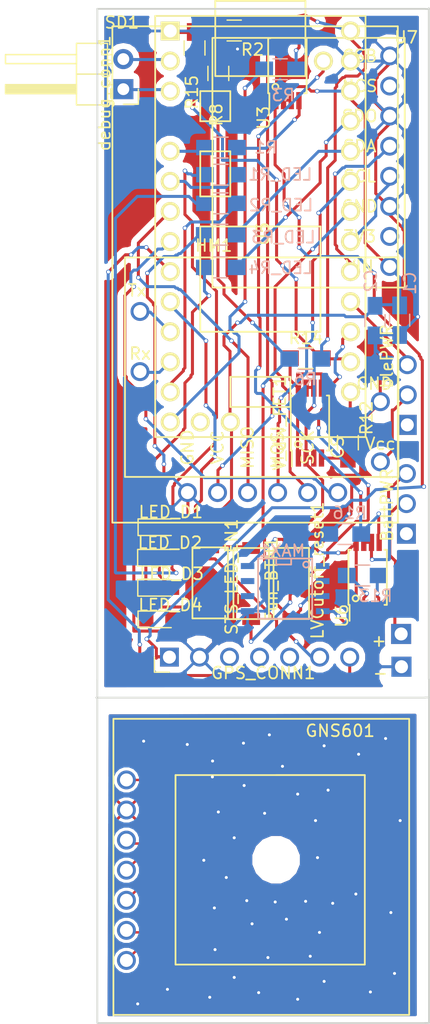
<source format=kicad_pcb>
(kicad_pcb (version 4) (host pcbnew 4.0.6)
  (layers (0 F.Cu signal) (31 B.Cu signal) (34 B.Paste user hide) (35 F.Paste user hide) (36 B.SilkS user) (37 F.SilkS user) (38 B.Mask user hide) (39 F.Mask user hide) (44 Edge.Cuts user))
  (net 0 "")
  (net 1 GND)
  (net 2 +3V3)
  (net 3 "Net-(Batt+1-Pad1)")
  (net 4 +BATT)
  (net 5 "Net-(R3-Pad1)")
  (net 6 "Net-(R13-Pad2)")
  (net 7 "Net-(SD1-Pad6)")
  (net 8 "Net-(SD1-Pad5)")
  (net 9 "Net-(SD1-Pad4)")
  (net 10 "Net-(SD1-Pad3)")
  (net 11 "Net-(U1-Pad10)")
  (net 12 "Net-(U1-Pad9)")
  (net 13 "Net-(HM1-Pad2)")
  (net 14 "Net-(HM1-Pad4)")
  (net 15 "Net-(MAX1-Pad4)")
  (net 16 "Net-(MAX1-Pad2)")
  (net 17 "Net-(R1-Pad1)")
  (net 18 "Net-(R1-Pad2)")
  (net 19 "Net-(R2-Pad1)")
  (net 20 "Net-(R3-Pad2)")
  (net 21 "Net-(R12-Pad1)")
  (net 22 "Net-(R12-Pad2)")
  (net 23 "Net-(R14-Pad1)")
  (net 24 "Net-(R14-Pad2)")
  (net 25 "Net-(R16-Pad2)")
  (net 26 "Net-(U1-Pad1)")
  (net 27 "Net-(U1-Pad6)")
  (net 28 "Net-(U1-Pad4)")
  (net 29 "Net-(U1-Pad5)")
  (net 30 "Net-(U1-Pad11)")
  (net 31 "Net-(LED_D1-Pad2)")
  (net 32 "Net-(LED_D1-Pad1)")
  (net 33 "Net-(LED_D2-Pad2)")
  (net 34 "Net-(LED_D3-Pad2)")
  (net 35 "Net-(LED_D4-Pad2)")
  (net 36 "Net-(LED_R1-Pad2)")
  (net 37 "Net-(LED_R2-Pad2)")
  (net 38 "Net-(LED_R3-Pad2)")
  (net 39 "Net-(LED_R4-Pad2)")
  (net 40 "Net-(LVCutoff_reset1-Pad2)")
  (net 41 "Net-(BattSwitch1-Pad1)")
  (net 42 "Net-(BattSwitch1-Pad3)")
  (net 43 "Net-(BLE_PWR_Switch1-Pad1)")
  (net 44 "Net-(BLE_PWR_Switch1-Pad2)")
  (net 45 "Net-(BLE_PWR_Switch1-Pad3)")
  (net 46 "Net-(U5-Pad3)")
  (net 47 "Net-(U5-Pad2)")
  (net 48 "Net-(U5-Pad25)")
  (net 49 "Net-(U5-Pad26)")
  (net 50 "Net-(U7-Pad2)")
  (net 51 "Net-(U7-Pad7)")
  (net 52 "Net-(GPS_CONN1-Pad1)")
  (net 53 "Net-(GPS_CONN1-Pad3)")
  (net 54 "Net-(GPS_CONN1-Pad4)")
  (net 55 "Net-(GPS_CONN1-Pad5)")
  (net 56 "Net-(GPS_CONN1-Pad6)")
  (net 57 "Net-(GPS_CONN1-Pad7)")
  (net 58 "Net-(U5-Pad15)")
  (net 59 "Net-(Fun_BTN1-Pad1)")
  (module EbayParts:GNS601_Breakout (layer F.Cu) (at 126.4158 146.3294)
    (fp_text reference GNS601 (at 19.1643 -23.9903) (layer F.SilkS))
    (fp_text value GNS601_Breakout)
    (pad 10 thru_hole circle (at 1.1 -4.6) (size 1.6 1.6) (drill 1.1) (layers F.Cu F.Paste F.Mask) (net 11 "Net-(U1-Pad10)"))
    (pad 1 thru_hole circle (at 1.1 -19.84) (size 1.6 1.6) (drill 1.1) (layers F.Cu F.Paste F.Mask) (net 26 "Net-(U1-Pad1)"))
    (pad 9 thru_hole circle (at 1.1 -7.14) (size 1.6 1.6) (drill 1.1) (layers F.Cu F.Paste F.Mask) (net 12 "Net-(U1-Pad9)"))
    (pad 6 thru_hole circle (at 1.1 -9.68) (size 1.6 1.6) (drill 1.1) (layers F.Cu F.Paste F.Mask) (net 27 "Net-(U1-Pad6)"))
    (pad 4 thru_hole circle (at 1.1 -14.76) (size 1.6 1.6) (drill 1.1) (layers F.Cu F.Paste F.Mask) (net 28 "Net-(U1-Pad4)"))
    (pad 5 thru_hole circle (at 1.1 -12.22) (size 1.6 1.6) (drill 1.1) (layers F.Cu F.Paste F.Mask) (net 29 "Net-(U1-Pad5)"))
    (pad 11 smd rect (at 21.25 -5.97) (size 2 1) (layers F.Cu F.Paste F.Mask) (net 30 "Net-(U1-Pad11)"))
    (pad 12 smd rect (at 21.25 -13.47) (size 2 1) (layers F.Cu F.Paste F.Mask) (net 30 "Net-(U1-Pad11)"))
    (pad 13 smd rect (at 21.25 -18.97) (size 2 1) (layers F.Cu F.Paste F.Mask) (net 30 "Net-(U1-Pad11)"))
    (pad 8 smd rect (at 5.25 -8.47) (size 2 1) (layers F.Cu F.Paste F.Mask) (net 30 "Net-(U1-Pad11)"))
    (pad 7 smd rect (at 5.25 -9.97) (size 2 1) (layers F.Cu F.Paste F.Mask))
    (pad 6 smd rect (at 5.25 -11.47) (size 2 1) (layers F.Cu F.Paste F.Mask) (net 27 "Net-(U1-Pad6)"))
    (pad 9 smd rect (at 5.25 -6.97) (size 2 1) (layers F.Cu F.Paste F.Mask) (net 12 "Net-(U1-Pad9)"))
    (pad 10 smd rect (at 5.25 -5.47) (size 2 1) (layers F.Cu F.Paste F.Mask) (net 11 "Net-(U1-Pad10)"))
    (pad 5 smd rect (at 5.25 -12.97) (size 2 1) (layers F.Cu F.Paste F.Mask) (net 29 "Net-(U1-Pad5)"))
    (pad 4 smd rect (at 5.25 -14.47) (size 2 1) (layers F.Cu F.Paste F.Mask) (net 28 "Net-(U1-Pad4)"))
    (pad 1 smd rect (at 5.25 -18.97) (size 2 1) (layers F.Cu F.Paste F.Mask) (net 26 "Net-(U1-Pad1)"))
    (pad 2 smd rect (at 5.25 -17.47) (size 2 1) (layers F.Cu F.Paste F.Mask))
    (pad 3 smd rect (at 5.25 -15.97) (size 2 1) (layers F.Cu F.Paste F.Mask) (net 30 "Net-(U1-Pad11)"))
    (pad "" np_thru_hole circle (at 13.75 -13.1) (size 3 3) (drill 3) (layers *.Cu *.Mask))
    (pad 3 thru_hole circle (at 1.1 -17.3) (size 1.6 1.6) (drill 1.1) (layers F.Cu F.Paste F.Mask) (net 30 "Net-(U1-Pad11)"))
  )
  (module EbayParts:Pin_Header_1x01_Pitch2.54mm (layer F.Cu) (at 150.7363 114.16284)
    (fp_text reference + (at -1.87198 0.5588) (layer F.SilkS))
    (fp_text value +Batt)
    (pad 1 thru_hole rect (at 0 0) (size 1.7 1.7) (drill 1.1) (layers *.Cu *.Mask) (net 3 "Net-(Batt+1-Pad1)"))
  )
  (module EbayParts:Pin_Header_1x01_Pitch2.54mm (layer F.Cu) (at 150.76424 116.9289)
    (fp_text reference - (at -1.78816 0.53086) (layer F.SilkS))
    (fp_text value -Batt)
    (pad 1 thru_hole rect (at 0 0) (size 1.7 1.7) (drill 1.1) (layers *.Cu *.Mask) (net 1 GND))
  )
  (module Capacitors_SMD:C_0805_HandSoldering (layer B.Cu) (at 150.6093 87.6681 270)
    (fp_text reference C1 (at -3.1242 -0.8763 270) (layer B.SilkS) (effects (justify mirror)))
    (fp_text value C)
    (pad 1 smd rect (at -1.25 0 270) (size 1.5 1.25) (layers B.Cu B.Paste B.Mask) (net 2 +3V3))
    (pad 2 smd rect (at 1.25 0 270) (size 1.5 1.25) (layers B.Cu B.Paste B.Mask) (net 1 GND))
  )
  (module Capacitors_SMD:C_0805_HandSoldering (layer B.Cu) (at 148.52904 87.70366 270)
    (fp_text reference C2 (at -3.35026 0.35814 270) (layer B.SilkS) (effects (justify mirror)))
    (fp_text value C)
    (pad 1 smd rect (at -1.25 0 270) (size 1.5 1.25) (layers B.Cu B.Paste B.Mask) (net 2 +3V3))
    (pad 2 smd rect (at 1.25 0 270) (size 1.5 1.25) (layers B.Cu B.Paste B.Mask) (net 1 GND))
  )
  (module Resistors_SMD:R_0805_HandSoldering (layer B.Cu) (at 135.509 73.09104 180)
    (fp_text reference R1 (at -3.7846 0.01524 180) (layer B.SilkS) (effects (justify mirror)))
    (fp_text value 10k)
    (pad 1 smd rect (at -1.35 0 180) (size 1.5 1.3) (layers B.Cu B.Paste B.Mask) (net 17 "Net-(R1-Pad1)"))
    (pad 2 smd rect (at 1.35 0 180) (size 1.5 1.3) (layers B.Cu B.Paste B.Mask) (net 18 "Net-(R1-Pad2)"))
  )
  (module Resistors_SMD:R_0805_HandSoldering (layer F.Cu) (at 136.6266 63.2079 180)
    (fp_text reference R2 (at -1.5494 -1.6129 360) (layer F.SilkS))
    (fp_text value 100k)
    (pad 1 smd rect (at -1.35 0 180) (size 1.5 1.3) (layers F.Cu F.Paste F.Mask) (net 19 "Net-(R2-Pad1)"))
    (pad 2 smd rect (at 1.35 0 180) (size 1.5 1.3) (layers F.Cu F.Paste F.Mask) (net 1 GND))
  )
  (module Resistors_SMD:R_0805_HandSoldering (layer B.Cu) (at 140.5128 66.47688)
    (fp_text reference R3 (at 0.254 2.1844) (layer B.SilkS) (effects (justify mirror)))
    (fp_text value 10k)
    (pad 1 smd rect (at -1.35 0) (size 1.5 1.3) (layers B.Cu B.Paste B.Mask) (net 5 "Net-(R3-Pad1)"))
    (pad 2 smd rect (at 1.35 0) (size 1.5 1.3) (layers B.Cu B.Paste B.Mask) (net 20 "Net-(R3-Pad2)"))
  )
  (module Resistors_SMD:R_0805_HandSoldering (layer B.Cu) (at 142.6337 90.9447)
    (fp_text reference R6 (at 0 1.7) (layer B.SilkS) (effects (justify mirror)))
    (fp_text value 100k)
    (pad 1 smd rect (at -1.35 0) (size 1.5 1.3) (layers B.Cu B.Paste B.Mask) (net 40 "Net-(LVCutoff_reset1-Pad2)"))
    (pad 2 smd rect (at 1.35 0) (size 1.5 1.3) (layers B.Cu B.Paste B.Mask) (net 4 +BATT))
  )
  (module Resistors_SMD:R_0805_HandSoldering (layer F.Cu) (at 135.28548 66.83248 270)
    (fp_text reference R8 (at 3.4925 0.16764 270) (layer F.SilkS))
    (fp_text value 56k)
    (pad 1 smd rect (at -1.35 0 270) (size 1.5 1.3) (layers F.Cu F.Paste F.Mask) (net 1 GND))
    (pad 2 smd rect (at 1.35 0 270) (size 1.5 1.3) (layers F.Cu F.Paste F.Mask) (net 40 "Net-(LVCutoff_reset1-Pad2)"))
  )
  (module Resistors_SMD:R_0805_HandSoldering (layer F.Cu) (at 146.23796 98.01352 90)
    (fp_text reference R12 (at 2.0955 1.56464 90) (layer F.SilkS))
    (fp_text value 10k)
    (pad 1 smd rect (at -1.35 0 90) (size 1.5 1.3) (layers F.Cu F.Paste F.Mask) (net 21 "Net-(R12-Pad1)"))
    (pad 2 smd rect (at 1.35 0 90) (size 1.5 1.3) (layers F.Cu F.Paste F.Mask) (net 22 "Net-(R12-Pad2)"))
  )
  (module Resistors_SMD:R_0805_HandSoldering (layer B.Cu) (at 147.4851 109.22762 180)
    (fp_text reference R13 (at -1.0668 -1.71958 180) (layer B.SilkS) (effects (justify mirror)))
    (fp_text value 1M)
    (pad 1 smd rect (at -1.35 0 180) (size 1.5 1.3) (layers B.Cu B.Paste B.Mask) (net 15 "Net-(MAX1-Pad4)"))
    (pad 2 smd rect (at 1.35 0 180) (size 1.5 1.3) (layers B.Cu B.Paste B.Mask) (net 6 "Net-(R13-Pad2)"))
  )
  (module EbayParts:SDCard_Breakout (layer F.Cu) (at 126.3269 62.8523 270)
    (fp_text reference SD1 (at -0.32258 -0.8001 360) (layer F.SilkS))
    (fp_text value SDCard_Breakout)
    (fp_text user GND (at 35.56 -6.35 270) (layer F.SilkS))
    (fp_text user VCC (at 35.56 -8.89 270) (layer F.SilkS))
    (fp_text user MISO (at 35.56 -11.43 270) (layer F.SilkS))
    (fp_text user MOSI (at 35.56 -13.97 270) (layer F.SilkS))
    (fp_text user SCK (at 35.56 -16.51 270) (layer F.SilkS))
    (fp_text user CS (at 35.56 -19.05 270) (layer F.SilkS))
    (pad 6 thru_hole circle (at 39.37 -19.05 270) (size 1.6 1.6) (drill 1.1) (layers *.Cu *.Mask) (net 7 "Net-(SD1-Pad6)"))
    (pad 5 thru_hole circle (at 39.37 -16.51 270) (size 1.6 1.6) (drill 1.1) (layers *.Cu *.Mask) (net 8 "Net-(SD1-Pad5)"))
    (pad 4 thru_hole circle (at 39.37 -13.97 270) (size 1.6 1.6) (drill 1.1) (layers *.Cu *.Mask) (net 9 "Net-(SD1-Pad4)"))
    (pad 3 thru_hole circle (at 39.37 -11.43 270) (size 1.6 1.6) (drill 1.1) (layers *.Cu *.Mask) (net 10 "Net-(SD1-Pad3)"))
    (pad 2 thru_hole circle (at 39.37 -8.89 270) (size 1.6 1.6) (drill 1.1) (layers *.Cu *.Mask) (net 19 "Net-(R2-Pad1)"))
    (pad 1 thru_hole circle (at 39.37 -6.35 270) (size 1.6 1.6) (drill 1.1) (layers *.Cu *.Mask) (net 1 GND))
  )
  (module EbayParts:TSSOP-8_4.4x3mm_Pitch0.65mm_custom (layer F.Cu) (at 141.1224 66.1797 90)
    (fp_text reference U3 (at -4.39674 -2.00914 90) (layer F.SilkS))
    (fp_text value Si6943DQ)
    (pad 1 smd rect (at -2.95 -0.975 90) (size 1.45 0.45) (layers F.Cu F.Paste F.Mask) (net 52 "Net-(GPS_CONN1-Pad1)"))
    (pad 2 smd rect (at -2.95 -0.325 90) (size 1.45 0.45) (layers F.Cu F.Paste F.Mask) (net 2 +3V3))
    (pad 3 smd rect (at -2.95 0.325 90) (size 1.45 0.45) (layers F.Cu F.Paste F.Mask) (net 2 +3V3))
    (pad 4 smd rect (at -2.95 0.975 90) (size 1.45 0.45) (layers F.Cu F.Paste F.Mask) (net 17 "Net-(R1-Pad1)"))
    (pad 5 smd rect (at 2.95 0.975 90) (size 1.45 0.45) (layers F.Cu F.Paste F.Mask) (net 20 "Net-(R3-Pad2)"))
    (pad 6 smd rect (at 2.95 0.325 90) (size 1.45 0.45) (layers F.Cu F.Paste F.Mask) (net 4 +BATT))
    (pad 7 smd rect (at 2.95 -0.325 90) (size 1.45 0.45) (layers F.Cu F.Paste F.Mask) (net 4 +BATT))
    (pad 8 smd rect (at 2.95 -0.975 90) (size 1.45 0.45) (layers F.Cu F.Paste F.Mask) (net 19 "Net-(R2-Pad1)"))
  )
  (module EbayParts:TSSOP-8_4.4x3mm_Pitch0.65mm_custom (layer F.Cu) (at 143.0274 96.3549 90)
    (fp_text reference V_div_FET1 (at 0 -2.55 90) (layer F.SilkS))
    (fp_text value VDiv_FDW254p)
    (pad 1 smd rect (at -2.95 -0.975 90) (size 1.45 0.45) (layers F.Cu F.Paste F.Mask) (net 23 "Net-(R14-Pad1)"))
    (pad 2 smd rect (at -2.95 -0.325 90) (size 1.45 0.45) (layers F.Cu F.Paste F.Mask) (net 4 +BATT))
    (pad 3 smd rect (at -2.95 0.325 90) (size 1.45 0.45) (layers F.Cu F.Paste F.Mask) (net 4 +BATT))
    (pad 4 smd rect (at -2.95 0.975 90) (size 1.45 0.45) (layers F.Cu F.Paste F.Mask) (net 21 "Net-(R12-Pad1)"))
    (pad 5 smd rect (at 2.95 0.975 90) (size 1.45 0.45) (layers F.Cu F.Paste F.Mask) (net 23 "Net-(R14-Pad1)"))
    (pad 6 smd rect (at 2.95 0.325 90) (size 1.45 0.45) (layers F.Cu F.Paste F.Mask) (net 4 +BATT))
    (pad 7 smd rect (at 2.95 -0.325 90) (size 1.45 0.45) (layers F.Cu F.Paste F.Mask) (net 4 +BATT))
    (pad 8 smd rect (at 2.95 -0.975 90) (size 1.45 0.45) (layers F.Cu F.Paste F.Mask) (net 23 "Net-(R14-Pad1)"))
  )
  (module EbayParts:HM-11_BreakConns (layer F.Cu) (at 127.3937 100.9015)
    (fp_text reference HM1 (at 7.5 -19.532) (layer F.SilkS))
    (fp_text value HM-11_BreakConns)
    (fp_text user Vcc (at 21.59 -2.794) (layer F.SilkS))
    (fp_text user GND (at 21.082 -7.874) (layer F.SilkS))
    (fp_text user Rx (at 1.27 -10.414) (layer F.SilkS))
    (fp_text user Tx (at 1.016 -15.748) (layer F.SilkS))
    (pad 9 thru_hole circle (at 21.59 -1.27) (size 1.6 1.6) (drill 1.1) (layers *.Cu *.Mask) (net 44 "Net-(BLE_PWR_Switch1-Pad2)"))
    (pad 12 thru_hole circle (at 21.59 -6.35) (size 1.6 1.6) (drill 1.1) (layers *.Cu *.Mask) (net 1 GND))
    (pad 2 thru_hole circle (at 1.27 -13.97) (size 1.6 1.6) (drill 1.1) (layers *.Cu *.Mask) (net 13 "Net-(HM1-Pad2)"))
    (pad 4 thru_hole circle (at 1.27 -8.89) (size 1.6 1.6) (drill 1.1) (layers *.Cu *.Mask) (net 14 "Net-(HM1-Pad4)"))
  )
  (module EbayParts:SOIC-8-N (layer B.Cu) (at 140.9319 110.33252 270)
    (fp_text reference MAX1 (at -3.19532 0.2667 360) (layer B.SilkS) (effects (justify mirror)))
    (fp_text value MAX8212)
    (pad 8 smd rect (at -1.905 3.175 270) (size 0.508 1.143) (layers B.Cu B.Paste B.Mask) (net 4 +BATT))
    (pad 7 smd rect (at -0.635 3.175 270) (size 0.508 1.143) (layers B.Cu B.Paste B.Mask))
    (pad 6 smd rect (at 0.635 3.175 270) (size 0.508 1.143) (layers B.Cu B.Paste B.Mask))
    (pad 5 smd rect (at 1.905 3.175 270) (size 0.508 1.143) (layers B.Cu B.Paste B.Mask) (net 1 GND))
    (pad 4 smd rect (at 1.905 -3.175 270) (size 0.508 1.143) (layers B.Cu B.Paste B.Mask) (net 15 "Net-(MAX1-Pad4)"))
    (pad 3 smd rect (at 0.635 -3.175 270) (size 0.508 1.143) (layers B.Cu B.Paste B.Mask) (net 40 "Net-(LVCutoff_reset1-Pad2)"))
    (pad 2 smd rect (at -0.635 -3.175 270) (size 0.508 1.143) (layers B.Cu B.Paste B.Mask) (net 16 "Net-(MAX1-Pad2)"))
    (pad 1 smd rect (at -1.905 -3.175 270) (size 0.508 1.143) (layers B.Cu B.Paste B.Mask))
  )
  (module Resistors_SMD:R_0805_HandSoldering (layer F.Cu) (at 142.6845 90.8685)
    (fp_text reference R14 (at 0 -1.7) (layer F.SilkS))
    (fp_text value 22k)
    (pad 1 smd rect (at -1.35 0) (size 1.5 1.3) (layers F.Cu F.Paste F.Mask) (net 23 "Net-(R14-Pad1)"))
    (pad 2 smd rect (at 1.35 0) (size 1.5 1.3) (layers F.Cu F.Paste F.Mask) (net 24 "Net-(R14-Pad2)"))
  )
  (module Resistors_SMD:R_0805_HandSoldering (layer F.Cu) (at 133.2738 64.6811 90)
    (fp_text reference R15 (at -3.74396 -0.22352 90) (layer F.SilkS))
    (fp_text value 68k)
    (pad 1 smd rect (at -1.35 0 90) (size 1.5 1.3) (layers F.Cu F.Paste F.Mask) (net 24 "Net-(R14-Pad2)"))
    (pad 2 smd rect (at 1.35 0 90) (size 1.5 1.3) (layers F.Cu F.Paste F.Mask) (net 1 GND))
  )
  (module Resistors_SMD:R_0805_HandSoldering (layer B.Cu) (at 146.01444 105.72496)
    (fp_text reference R16 (at 0.36576 -1.78816) (layer B.SilkS) (effects (justify mirror)))
    (fp_text value 100k)
    (pad 1 smd rect (at -1.35 0) (size 1.5 1.3) (layers B.Cu B.Paste B.Mask) (net 1 GND))
    (pad 2 smd rect (at 1.35 0) (size 1.5 1.3) (layers B.Cu B.Paste B.Mask) (net 25 "Net-(R16-Pad2)"))
  )
  (module EbayParts:TSSOP-8_4.4x3mm_Pitch0.65mm_custom (layer F.Cu) (at 147.9042 109.38002 90)
    (fp_text reference U6 (at -3.24612 -2.16916 90) (layer F.SilkS))
    (fp_text value Si6943DQ)
    (pad 1 smd rect (at -2.95 -0.975 90) (size 1.45 0.45) (layers F.Cu F.Paste F.Mask) (net 4 +BATT))
    (pad 2 smd rect (at -2.95 -0.325 90) (size 1.45 0.45) (layers F.Cu F.Paste F.Mask) (net 6 "Net-(R13-Pad2)"))
    (pad 3 smd rect (at -2.95 0.325 90) (size 1.45 0.45) (layers F.Cu F.Paste F.Mask) (net 6 "Net-(R13-Pad2)"))
    (pad 4 smd rect (at -2.95 0.975 90) (size 1.45 0.45) (layers F.Cu F.Paste F.Mask) (net 15 "Net-(MAX1-Pad4)"))
    (pad 5 smd rect (at 2.95 0.975 90) (size 1.45 0.45) (layers F.Cu F.Paste F.Mask) (net 25 "Net-(R16-Pad2)"))
    (pad 6 smd rect (at 2.95 0.325 90) (size 1.45 0.45) (layers F.Cu F.Paste F.Mask) (net 42 "Net-(BattSwitch1-Pad3)"))
    (pad 7 smd rect (at 2.95 -0.325 90) (size 1.45 0.45) (layers F.Cu F.Paste F.Mask) (net 42 "Net-(BattSwitch1-Pad3)"))
    (pad 8 smd rect (at 2.95 -0.975 90) (size 1.45 0.45) (layers F.Cu F.Paste F.Mask) (net 4 +BATT))
  )
  (module EbayParts:Teensy_LC (layer F.Cu) (at 138.8364 79.756 270)
    (fp_text reference U5 (at 0.62738 -0.22098 270) (layer F.SilkS))
    (fp_text value Teensy-LC)
    (pad 30 thru_hole circle (at -8.89 -7.62 270) (size 1.6 1.6) (drill 1.1) (layers *.Cu *.Mask F.SilkS) (net 39 "Net-(LED_R4-Pad2)"))
    (pad 29 thru_hole circle (at -6.35 -7.62 270) (size 1.6 1.6) (drill 1.1) (layers *.Cu *.Mask F.SilkS) (net 38 "Net-(LED_R3-Pad2)"))
    (pad 15 thru_hole circle (at 16.51 5.08 270) (size 1.6 1.6) (drill 1.1) (layers *.Cu *.Mask F.SilkS) (net 58 "Net-(U5-Pad15)"))
    (pad 13 thru_hole circle (at 13.97 7.62 270) (size 1.6 1.6) (drill 1.1) (layers *.Cu *.Mask F.SilkS) (net 37 "Net-(LED_R2-Pad2)"))
    (pad 6 thru_hole circle (at -3.81 7.62 270) (size 1.6 1.6) (drill 1.1) (layers *.Cu *.Mask F.SilkS) (net 36 "Net-(LED_R1-Pad2)"))
    (pad 34 thru_hole circle (at -13.97 -5.334 270) (size 1.6 1.6) (drill 1.1) (layers *.Cu *.Mask F.SilkS) (net 25 "Net-(R16-Pad2)"))
    (pad 11 thru_hole circle (at 8.89 7.62 270) (size 1.6 1.6) (drill 1.1) (layers *.Cu *.Mask F.SilkS) (net 13 "Net-(HM1-Pad2)"))
    (pad 3 thru_hole circle (at -11.43 7.62 270) (size 1.6 1.6) (drill 1.1) (layers *.Cu *.Mask F.SilkS) (net 46 "Net-(U5-Pad3)"))
    (pad 8 thru_hole circle (at 1.27 7.62 270) (size 1.6 1.6) (drill 1.1) (layers *.Cu *.Mask F.SilkS) (net 7 "Net-(SD1-Pad6)"))
    (pad 2 thru_hole circle (at -13.97 7.62 270) (size 1.6 1.6) (drill 1.1) (layers *.Cu *.Mask F.SilkS) (net 47 "Net-(U5-Pad2)"))
    (pad 27 thru_hole circle (at -1.27 -7.62 270) (size 1.6 1.6) (drill 1.1) (layers *.Cu *.Mask F.SilkS) (net 8 "Net-(SD1-Pad5)"))
    (pad 21 thru_hole circle (at 13.97 -7.62 270) (size 1.6 1.6) (drill 1.1) (layers *.Cu *.Mask F.SilkS) (net 22 "Net-(R12-Pad2)"))
    (pad 16 thru_hole circle (at 16.51 2.54 270) (size 1.6 1.6) (drill 1.1) (layers *.Cu *.Mask F.SilkS) (net 2 +3V3))
    (pad 14 thru_hole circle (at 16.51 7.62 270) (size 1.6 1.6) (drill 1.1) (layers *.Cu *.Mask F.SilkS) (net 5 "Net-(R3-Pad1)"))
    (pad 22 thru_hole circle (at 11.43 -7.62 270) (size 1.6 1.6) (drill 1.1) (layers *.Cu *.Mask F.SilkS) (net 24 "Net-(R14-Pad2)"))
    (pad 23 thru_hole circle (at 8.89 -7.62 270) (size 1.6 1.6) (drill 1.1) (layers *.Cu *.Mask F.SilkS) (net 59 "Net-(Fun_BTN1-Pad1)"))
    (pad 24 thru_hole circle (at 6.35 -7.62 270) (size 1.6 1.6) (drill 1.1) (layers *.Cu *.Mask F.SilkS) (net 45 "Net-(BLE_PWR_Switch1-Pad3)"))
    (pad 25 thru_hole circle (at 3.81 -7.62 270) (size 1.6 1.6) (drill 1.1) (layers *.Cu *.Mask F.SilkS) (net 48 "Net-(U5-Pad25)"))
    (pad 26 thru_hole circle (at 1.27 -7.62 270) (size 1.6 1.6) (drill 1.1) (layers *.Cu *.Mask F.SilkS) (net 49 "Net-(U5-Pad26)"))
    (pad 28 thru_hole circle (at -3.81 -7.62 270) (size 1.6 1.6) (drill 1.1) (layers *.Cu *.Mask F.SilkS) (net 9 "Net-(SD1-Pad4)"))
    (pad 31 thru_hole circle (at -11.43 -7.62 270) (size 1.6 1.6) (drill 1.1) (layers *.Cu *.Mask F.SilkS) (net 2 +3V3))
    (pad 32 thru_hole circle (at -13.97 -7.62 270) (size 1.6 1.6) (drill 1.1) (layers *.Cu *.Mask F.SilkS) (net 1 GND))
    (pad 33 thru_hole circle (at -16.51 -7.62 270) (size 1.6 1.6) (drill 1.1) (layers *.Cu *.Mask F.SilkS) (net 4 +BATT))
    (pad 12 thru_hole circle (at 11.43 7.62 270) (size 1.6 1.6) (drill 1.1) (layers *.Cu *.Mask F.SilkS) (net 14 "Net-(HM1-Pad4)"))
    (pad 10 thru_hole circle (at 6.35 7.62 270) (size 1.6 1.6) (drill 1.1) (layers *.Cu *.Mask F.SilkS) (net 56 "Net-(GPS_CONN1-Pad6)"))
    (pad 9 thru_hole circle (at 3.81 7.62 270) (size 1.6 1.6) (drill 1.1) (layers *.Cu *.Mask F.SilkS) (net 57 "Net-(GPS_CONN1-Pad7)"))
    (pad 7 thru_hole circle (at -1.27 7.62 270) (size 1.6 1.6) (drill 1.1) (layers *.Cu *.Mask F.SilkS) (net 10 "Net-(SD1-Pad3)"))
    (pad 5 thru_hole circle (at -6.35 7.62 270) (size 1.6 1.6) (drill 1.1) (layers *.Cu *.Mask F.SilkS) (net 18 "Net-(R1-Pad2)"))
    (pad 1 thru_hole rect (at -16.51 7.62 270) (size 1.6 1.6) (drill 1.1) (layers *.Cu *.Mask F.SilkS) (net 1 GND))
  )
  (module LEDs:LED_0805 (layer F.Cu) (at 130.302 105.15092)
    (fp_text reference LED_D1 (at 0.9652 -1.28016) (layer F.SilkS))
    (fp_text value LED)
    (pad 2 smd rect (at 1.1 0 180) (size 1.2 1.2) (layers F.Cu F.Paste F.Mask) (net 31 "Net-(LED_D1-Pad2)"))
    (pad 1 smd rect (at -1.1 0 180) (size 1.2 1.2) (layers F.Cu F.Paste F.Mask) (net 32 "Net-(LED_D1-Pad1)"))
  )
  (module LEDs:LED_0805 (layer F.Cu) (at 130.2639 107.72648)
    (fp_text reference LED_D2 (at 0.92964 -1.26492) (layer F.SilkS))
    (fp_text value LED)
    (pad 2 smd rect (at 1.1 0 180) (size 1.2 1.2) (layers F.Cu F.Paste F.Mask) (net 33 "Net-(LED_D2-Pad2)"))
    (pad 1 smd rect (at -1.1 0 180) (size 1.2 1.2) (layers F.Cu F.Paste F.Mask) (net 32 "Net-(LED_D1-Pad1)"))
  )
  (module LEDs:LED_0805 (layer F.Cu) (at 130.2766 110.26394)
    (fp_text reference LED_D3 (at 1.07188 -1.1811) (layer F.SilkS))
    (fp_text value LED)
    (pad 2 smd rect (at 1.1 0 180) (size 1.2 1.2) (layers F.Cu F.Paste F.Mask) (net 34 "Net-(LED_D3-Pad2)"))
    (pad 1 smd rect (at -1.1 0 180) (size 1.2 1.2) (layers F.Cu F.Paste F.Mask) (net 32 "Net-(LED_D1-Pad1)"))
  )
  (module LEDs:LED_0805 (layer F.Cu) (at 130.29946 112.9284)
    (fp_text reference LED_D4 (at 0.94234 -1.2065) (layer F.SilkS))
    (fp_text value LED)
    (pad 2 smd rect (at 1.1 0 180) (size 1.2 1.2) (layers F.Cu F.Paste F.Mask) (net 35 "Net-(LED_D4-Pad2)"))
    (pad 1 smd rect (at -1.1 0 180) (size 1.2 1.2) (layers F.Cu F.Paste F.Mask) (net 32 "Net-(LED_D1-Pad1)"))
  )
  (module Resistors_SMD:R_0805_HandSoldering (layer B.Cu) (at 135.509 75.38212)
    (fp_text reference LED_R1 (at 5.0038 -0.02032) (layer B.SilkS) (effects (justify mirror)))
    (fp_text value XXk)
    (pad 1 smd rect (at -1.35 0) (size 1.5 1.3) (layers B.Cu B.Paste B.Mask) (net 31 "Net-(LED_D1-Pad2)"))
    (pad 2 smd rect (at 1.35 0) (size 1.5 1.3) (layers B.Cu B.Paste B.Mask) (net 36 "Net-(LED_R1-Pad2)"))
  )
  (module Resistors_SMD:R_0805_HandSoldering (layer B.Cu) (at 135.49884 77.8002)
    (fp_text reference LED_R2 (at 5.09016 0.1524) (layer B.SilkS) (effects (justify mirror)))
    (fp_text value XXk)
    (pad 1 smd rect (at -1.35 0) (size 1.5 1.3) (layers B.Cu B.Paste B.Mask) (net 33 "Net-(LED_D2-Pad2)"))
    (pad 2 smd rect (at 1.35 0) (size 1.5 1.3) (layers B.Cu B.Paste B.Mask) (net 37 "Net-(LED_R2-Pad2)"))
  )
  (module Resistors_SMD:R_0805_HandSoldering (layer B.Cu) (at 135.4836 80.45196)
    (fp_text reference LED_R3 (at 5.2959 0.20574) (layer B.SilkS) (effects (justify mirror)))
    (fp_text value XXk)
    (pad 1 smd rect (at -1.35 0) (size 1.5 1.3) (layers B.Cu B.Paste B.Mask) (net 34 "Net-(LED_D3-Pad2)"))
    (pad 2 smd rect (at 1.35 0) (size 1.5 1.3) (layers B.Cu B.Paste B.Mask) (net 38 "Net-(LED_R3-Pad2)"))
  )
  (module Resistors_SMD:R_0805_HandSoldering (layer B.Cu) (at 135.49122 83.2104)
    (fp_text reference LED_R4 (at 5.05968 0.0381) (layer B.SilkS) (effects (justify mirror)))
    (fp_text value XXk)
    (pad 1 smd rect (at -1.35 0) (size 1.5 1.3) (layers B.Cu B.Paste B.Mask) (net 35 "Net-(LED_D4-Pad2)"))
    (pad 2 smd rect (at 1.35 0) (size 1.5 1.3) (layers B.Cu B.Paste B.Mask) (net 39 "Net-(LED_R4-Pad2)"))
  )
  (module EbayParts:SMD_Switch_3x6 (layer F.Cu) (at 136.09574 112.84966 90)
    (fp_text reference STS_LED_EN1 (at 3.51028 0.30988 90) (layer F.SilkS))
    (fp_text value STS_LED_EN)
    (pad 2 smd rect (at 6 -1.5 90) (size 1 1.5) (layers F.Cu F.Paste F.Mask) (net 2 +3V3))
    (pad 1 smd rect (at 0 -1.5 90) (size 1 1.5) (layers F.Cu F.Paste F.Mask) (net 32 "Net-(LED_D1-Pad1)"))
  )
  (module EbayParts:SMD_Switch_3x6 (layer F.Cu) (at 139.95146 106.89844 270)
    (fp_text reference LVCutoff_reset1 (at 1.89992 -3.71602 270) (layer F.SilkS))
    (fp_text value LVCutoff_reset)
    (pad 2 smd rect (at 6 -1.5 270) (size 1 1.5) (layers F.Cu F.Paste F.Mask) (net 40 "Net-(LVCutoff_reset1-Pad2)"))
    (pad 1 smd rect (at 0 -1.5 270) (size 1 1.5) (layers F.Cu F.Paste F.Mask) (net 4 +BATT))
  )
  (module EbayParts:Pin_Header_1x03_Pitch2.54mm (layer F.Cu) (at 151.18334 105.69702 180)
    (fp_text reference BattPWR (at 1.64846 2.43078 270) (layer F.SilkS))
    (fp_text value BattSwitch)
    (pad 1 thru_hole rect (at 0 0 180) (size 1.6 1.7) (drill 1.1) (layers *.Cu *.Mask) (net 41 "Net-(BattSwitch1-Pad1)"))
    (pad 2 thru_hole circle (at 0 2.54 180) (size 1.6 1.6) (drill 1.1) (layers *.Cu *.Mask) (net 3 "Net-(Batt+1-Pad1)"))
    (pad 3 thru_hole circle (at 0 5.08 180) (size 1.6 1.6) (drill 1.1) (layers *.Cu *.Mask) (net 42 "Net-(BattSwitch1-Pad3)"))
  )
  (module EbayParts:Pin_Header_1x03_Pitch2.54mm (layer F.Cu) (at 151.257 96.5073 180)
    (fp_text reference blePWR (at 1.72212 5.78612 270) (layer F.SilkS))
    (fp_text value BLE_PWR_Switch)
    (pad 1 thru_hole rect (at 0 0 180) (size 1.6 1.7) (drill 1.1) (layers *.Cu *.Mask) (net 43 "Net-(BLE_PWR_Switch1-Pad1)"))
    (pad 2 thru_hole circle (at 0 2.54 180) (size 1.6 1.6) (drill 1.1) (layers *.Cu *.Mask) (net 44 "Net-(BLE_PWR_Switch1-Pad2)"))
    (pad 3 thru_hole circle (at 0 5.08 180) (size 1.6 1.6) (drill 1.1) (layers *.Cu *.Mask) (net 45 "Net-(BLE_PWR_Switch1-Pad3)"))
  )
  (module Pin_Headers:Pin_Header_Angled_1x02_Pitch2.54mm (layer F.Cu) (at 127.254 68.1609 180)
    (fp_text reference debug_conn1 (at 1.6002 -0.3429 450) (layer F.SilkS))
    (fp_text value debug_conn)
    (pad 1 thru_hole rect (at 0 0 180) (size 1.7 1.7) (drill 1) (layers *.Cu *.Mask) (net 46 "Net-(U5-Pad3)"))
    (pad 2 thru_hole oval (at 0 2.54 180) (size 1.7 1.7) (drill 1) (layers *.Cu *.Mask) (net 47 "Net-(U5-Pad2)"))
  )
  (module EbayParts:GY-91 (layer F.Cu) (at 151.0411 63.8302 180)
    (fp_text reference U7 (at -0.1143 0.04318 180) (layer F.SilkS))
    (fp_text value GY-91)
    (fp_text user CSB (at 3.81 -1.524 180) (layer F.SilkS))
    (fp_text user NCS (at 3.81 -4.064 180) (layer F.SilkS))
    (fp_text user SDO (at 3.81 -6.604 180) (layer F.SilkS))
    (fp_text user SDA (at 3.81 -9.144 180) (layer F.SilkS))
    (fp_text user SCL (at 3.81 -11.684 180) (layer F.SilkS))
    (fp_text user GND (at 3.81 -14.224 180) (layer F.SilkS))
    (fp_text user 3V3 (at 3.81 -16.764 180) (layer F.SilkS))
    (fp_text user VIN (at 3.81 -19.304 180) (layer F.SilkS))
    (pad 1 thru_hole circle (at 1.27 -19.304 180) (size 1.6 1.6) (drill 1.1) (layers *.Cu *.Mask) (net 2 +3V3))
    (pad 2 thru_hole circle (at 1.27 -16.764 180) (size 1.6 1.6) (drill 1.1) (layers *.Cu *.Mask) (net 50 "Net-(U7-Pad2)"))
    (pad 3 thru_hole circle (at 1.27 -14.224 180) (size 1.6 1.6) (drill 1.1) (layers *.Cu *.Mask) (net 1 GND))
    (pad 4 thru_hole circle (at 1.27 -11.684 180) (size 1.6 1.6) (drill 1.1) (layers *.Cu *.Mask) (net 49 "Net-(U5-Pad26)"))
    (pad 5 thru_hole circle (at 1.27 -9.144 180) (size 1.6 1.6) (drill 1.1) (layers *.Cu *.Mask) (net 48 "Net-(U5-Pad25)"))
    (pad 6 thru_hole circle (at 1.27 -6.604 180) (size 1.6 1.6) (drill 1.1) (layers *.Cu *.Mask) (net 1 GND))
    (pad 7 thru_hole circle (at 1.27 -4.064 180) (size 1.6 1.6) (drill 1.1) (layers *.Cu *.Mask) (net 51 "Net-(U7-Pad7)"))
    (pad 8 thru_hole circle (at 1.27 -1.524 180) (size 1.6 1.6) (drill 1.1) (layers *.Cu *.Mask) (net 1 GND))
  )
  (module EbayParts:Pin_Header_Angled_1x07_Pitch2.54mm (layer F.Cu) (at 131.15036 116.11864 90)
    (fp_text reference GPS_CONN1 (at -1.34112 7.93496 360) (layer F.SilkS))
    (fp_text value "GPS Connector")
    (pad 1 thru_hole rect (at 0 0 90) (size 1.6 1.6) (drill 1.1) (layers *.Cu *.Mask) (net 52 "Net-(GPS_CONN1-Pad1)"))
    (pad 2 thru_hole circle (at 0 2.54 90) (size 1.6 1.6) (drill 1.1) (layers *.Cu *.Mask) (net 1 GND))
    (pad 3 thru_hole circle (at 0 5.08 90) (size 1.6 1.6) (drill 1.1) (layers *.Cu *.Mask) (net 53 "Net-(GPS_CONN1-Pad3)"))
    (pad 4 thru_hole circle (at 0 7.62 90) (size 1.6 1.6) (drill 1.1) (layers *.Cu *.Mask) (net 54 "Net-(GPS_CONN1-Pad4)"))
    (pad 5 thru_hole circle (at 0 10.16 90) (size 1.6 1.6) (drill 1.1) (layers *.Cu *.Mask) (net 55 "Net-(GPS_CONN1-Pad5)"))
    (pad 6 thru_hole circle (at 0 12.7 90) (size 1.6 1.6) (drill 1.1) (layers *.Cu *.Mask) (net 56 "Net-(GPS_CONN1-Pad6)"))
    (pad 7 thru_hole circle (at 0 15.24 90) (size 1.6 1.6) (drill 1.1) (layers *.Cu *.Mask) (net 57 "Net-(GPS_CONN1-Pad7)"))
  )
  (module EbayParts:SMD_Switch_3x6 (layer F.Cu) (at 139.5603 112.90554 90)
    (fp_text reference Fun_BTN1 (at 3.3528 0.22352 90) (layer F.SilkS))
    (fp_text value Fun_BTN)
    (pad 2 smd rect (at 6 -1.5 90) (size 1 1.5) (layers F.Cu F.Paste F.Mask) (net 2 +3V3))
    (pad 1 smd rect (at 0 -1.5 90) (size 1 1.5) (layers F.Cu F.Paste F.Mask) (net 59 "Net-(Fun_BTN1-Pad1)"))
  )
  (gr_line (start 152.7175 147.01012) (end 153.10104 147.01012) (angle 90) (layer Edge.Cuts) (width 0.15))
  (gr_line (start 152.82672 61.3918) (end 153.10104 61.3918) (angle 90) (layer Edge.Cuts) (width 0.15))
  (gr_line (start 152.73528 119.52732) (end 153.11628 119.52732) (angle 90) (layer Edge.Cuts) (width 0.15))
  (gr_line (start 153.09088 117.98046) (end 153.09088 146.96694) (angle 90) (layer Edge.Cuts) (width 0.15))
  (gr_line (start 125.0569 118.01602) (end 125.0569 146.96948) (angle 90) (layer Edge.Cuts) (width 0.15))
  (gr_line (start 124.96292 119.54002) (end 152.79116 119.54002) (angle 90) (layer Edge.Cuts) (width 0.15))
  (gr_line (start 125.0696 147.02028) (end 152.75814 147.02028) (angle 90) (layer Edge.Cuts) (width 0.15))
  (gr_line (start 125.05436 61.3791) (end 125.05436 61.38926) (angle 90) (layer Edge.Cuts) (width 0.15))
  (gr_line (start 152.8191 61.3791) (end 125.05436 61.3791) (angle 90) (layer Edge.Cuts) (width 0.15))
  (gr_line (start 153.07056 117.96268) (end 153.07056 61.32322) (angle 90) (layer Edge.Cuts) (width 0.15))
  (gr_line (start 125.05944 61.41212) (end 125.05944 118.01856) (angle 90) (layer Edge.Cuts) (width 0.15))
  (segment (start 150.76424 116.9289) (end 148.55698 116.9289) (width 0.254) (layer B.Cu) (net 1))
  (segment (start 135.33882 117.7671) (end 133.69036 116.11864) (width 0.254) (layer B.Cu) (net 1))
  (segment (start 147.71878 117.7671) (end 135.33882 117.7671) (width 0.254) (layer B.Cu) (net 1))
  (segment (start 148.55698 116.9289) (end 147.71878 117.7671) (width 0.254) (layer B.Cu) (net 1))
  (segment (start 144.66444 105.72496) (end 144.653 105.664) (width 0.254) (layer B.Cu) (net 1))
  (segment (start 144.653 105.664) (end 143.637 106.68) (width 0.254) (layer B.Cu) (net 1))
  (segment (start 143.637 106.68) (end 143.383 106.68) (width 0.254) (layer B.Cu) (net 1))
  (segment (start 143.383 106.68) (end 143.256 106.807) (width 0.254) (layer B.Cu) (net 1))
  (segment (start 143.256 106.807) (end 143.256 107.188) (width 0.254) (layer B.Cu) (net 1))
  (segment (start 143.256 107.188) (end 138.176 112.268) (width 0.254) (layer B.Cu) (net 1))
  (segment (start 138.176 112.268) (end 137.795 112.268) (width 0.254) (layer B.Cu) (net 1))
  (segment (start 137.795 112.268) (end 137.7569 112.23752) (width 0.254) (layer B.Cu) (net 1))
  (segment (start 148.9837 94.5515) (end 148.971 94.615) (width 0.254) (layer F.Cu) (net 1))
  (segment (start 148.971 94.615) (end 147.32 96.266) (width 0.254) (layer F.Cu) (net 1))
  (segment (start 147.32 96.266) (end 147.32 100.584) (width 0.254) (layer F.Cu) (net 1))
  (segment (start 147.32 100.584) (end 146.558 101.346) (width 0.254) (layer F.Cu) (net 1))
  (segment (start 146.558 101.346) (end 146.558 102.87) (width 0.254) (layer F.Cu) (net 1))
  (segment (start 146.558 102.87) (end 146.304 103.124) (width 0.254) (layer F.Cu) (net 1))
  (segment (start 146.304 103.124) (end 146.304 104.013) (width 0.254) (layer F.Cu) (net 1))
  (via (at 146.304 104.013) (size 0.381) (layers F.Cu B.Cu) (net 1))
  (segment (start 146.304 104.013) (end 144.653 105.664) (width 0.254) (layer B.Cu) (net 1))
  (segment (start 144.653 105.664) (end 144.66444 105.72496) (width 0.254) (layer B.Cu) (net 1))
  (segment (start 137.7569 112.23752) (end 137.795 112.268) (width 0.254) (layer B.Cu) (net 1))
  (segment (start 137.795 112.268) (end 133.985 116.078) (width 0.254) (layer B.Cu) (net 1))
  (segment (start 133.985 116.078) (end 133.731 116.078) (width 0.254) (layer B.Cu) (net 1))
  (segment (start 133.731 116.078) (end 133.69036 116.11864) (width 0.254) (layer B.Cu) (net 1))
  (segment (start 133.69036 116.11864) (end 135.763 114.046) (width 0.254) (layer F.Cu) (net 1))
  (segment (start 135.763 114.046) (end 135.763 111.887) (width 0.254) (layer F.Cu) (net 1))
  (segment (start 135.763 111.887) (end 132.715 108.839) (width 0.254) (layer F.Cu) (net 1))
  (segment (start 132.715 108.839) (end 132.715 102.235) (width 0.254) (layer F.Cu) (net 1))
  (segment (start 132.715 102.235) (end 132.6769 102.2223) (width 0.254) (layer F.Cu) (net 1))
  (segment (start 150.6093 88.9181) (end 150.622 88.9) (width 0.254) (layer B.Cu) (net 1))
  (segment (start 150.622 88.9) (end 152.146 87.376) (width 0.254) (layer B.Cu) (net 1))
  (via (at 152.146 87.376) (size 0.381) (layers F.Cu B.Cu) (net 1))
  (segment (start 152.146 87.376) (end 151.003 86.233) (width 0.254) (layer F.Cu) (net 1))
  (segment (start 151.003 86.233) (end 151.003 80.137) (width 0.254) (layer F.Cu) (net 1))
  (segment (start 151.003 80.137) (end 150.876 80.01) (width 0.254) (layer F.Cu) (net 1))
  (segment (start 150.876 80.01) (end 150.876 79.883) (width 0.254) (layer F.Cu) (net 1))
  (segment (start 150.876 79.883) (end 149.733 78.74) (width 0.254) (layer F.Cu) (net 1))
  (segment (start 149.733 78.74) (end 149.733 78.105) (width 0.254) (layer F.Cu) (net 1))
  (segment (start 149.733 78.105) (end 149.7711 78.0542) (width 0.254) (layer F.Cu) (net 1))
  (segment (start 146.4564 65.786) (end 146.431 65.786) (width 0.254) (layer B.Cu) (net 1))
  (segment (start 146.431 65.786) (end 144.907 64.262) (width 0.254) (layer B.Cu) (net 1))
  (segment (start 144.907 64.262) (end 141.351 64.262) (width 0.254) (layer B.Cu) (net 1))
  (segment (start 141.351 64.262) (end 140.843 64.77) (width 0.254) (layer B.Cu) (net 1))
  (segment (start 140.843 64.77) (end 136.906 64.77) (width 0.254) (layer B.Cu) (net 1))
  (via (at 136.906 64.77) (size 0.381) (layers F.Cu B.Cu) (net 1))
  (segment (start 136.906 64.77) (end 136.017 64.77) (width 0.254) (layer F.Cu) (net 1))
  (segment (start 136.017 64.77) (end 135.255 65.532) (width 0.254) (layer F.Cu) (net 1))
  (segment (start 135.255 65.532) (end 135.28548 65.48248) (width 0.254) (layer F.Cu) (net 1))
  (segment (start 133.69036 116.11864) (end 133.604 115.951) (width 0.254) (layer B.Cu) (net 1))
  (segment (start 149.7711 78.0542) (end 149.733 78.105) (width 0.254) (layer F.Cu) (net 1))
  (segment (start 149.733 78.105) (end 148.59 76.962) (width 0.254) (layer F.Cu) (net 1))
  (segment (start 148.59 76.962) (end 148.59 72.39) (width 0.254) (layer F.Cu) (net 1))
  (segment (start 148.59 72.39) (end 148.717 72.263) (width 0.254) (layer F.Cu) (net 1))
  (segment (start 148.717 72.263) (end 148.717 72.136) (width 0.254) (layer F.Cu) (net 1))
  (segment (start 148.717 72.136) (end 149.733 71.12) (width 0.254) (layer F.Cu) (net 1))
  (segment (start 149.733 71.12) (end 149.733 70.485) (width 0.254) (layer F.Cu) (net 1))
  (segment (start 149.733 70.485) (end 149.7711 70.4342) (width 0.254) (layer F.Cu) (net 1))
  (segment (start 148.52904 88.95366) (end 148.59 88.9) (width 0.254) (layer B.Cu) (net 1))
  (segment (start 148.59 88.9) (end 148.59 90.17) (width 0.254) (layer B.Cu) (net 1))
  (segment (start 148.59 90.17) (end 148.971 90.551) (width 0.254) (layer B.Cu) (net 1))
  (via (at 148.971 90.551) (size 0.381) (layers F.Cu B.Cu) (net 1))
  (segment (start 148.971 90.551) (end 148.971 94.615) (width 0.254) (layer F.Cu) (net 1))
  (segment (start 148.971 94.615) (end 148.9837 94.5515) (width 0.254) (layer F.Cu) (net 1))
  (segment (start 149.7711 70.4342) (end 149.733 70.485) (width 0.254) (layer F.Cu) (net 1))
  (segment (start 149.733 70.485) (end 148.59 69.342) (width 0.254) (layer F.Cu) (net 1))
  (segment (start 148.59 69.342) (end 148.59 67.31) (width 0.254) (layer F.Cu) (net 1))
  (segment (start 148.59 67.31) (end 148.717 67.183) (width 0.254) (layer F.Cu) (net 1))
  (segment (start 148.717 67.183) (end 148.717 67.056) (width 0.254) (layer F.Cu) (net 1))
  (segment (start 148.717 67.056) (end 149.733 66.04) (width 0.254) (layer F.Cu) (net 1))
  (segment (start 149.733 66.04) (end 149.733 65.405) (width 0.254) (layer F.Cu) (net 1))
  (segment (start 149.733 65.405) (end 149.7711 65.3542) (width 0.254) (layer F.Cu) (net 1))
  (segment (start 149.7711 65.3542) (end 149.733 65.405) (width 0.254) (layer B.Cu) (net 1))
  (segment (start 149.733 65.405) (end 149.352 65.786) (width 0.254) (layer B.Cu) (net 1))
  (segment (start 149.352 65.786) (end 146.4564 65.786) (width 0.254) (layer B.Cu) (net 1))
  (segment (start 133.2738 63.3311) (end 133.223 63.373) (width 0.254) (layer F.Cu) (net 1))
  (segment (start 133.223 63.373) (end 131.318 63.373) (width 0.254) (layer F.Cu) (net 1))
  (segment (start 131.318 63.373) (end 131.191 63.246) (width 0.254) (layer F.Cu) (net 1))
  (segment (start 131.191 63.246) (end 131.2164 63.246) (width 0.254) (layer F.Cu) (net 1))
  (segment (start 135.2766 63.2079) (end 135.255 63.246) (width 0.254) (layer F.Cu) (net 1))
  (segment (start 135.255 63.246) (end 133.35 63.246) (width 0.254) (layer F.Cu) (net 1))
  (segment (start 133.35 63.246) (end 133.223 63.373) (width 0.254) (layer F.Cu) (net 1))
  (segment (start 133.223 63.373) (end 133.2738 63.3311) (width 0.254) (layer F.Cu) (net 1))
  (segment (start 135.28548 65.48248) (end 135.255 65.532) (width 0.254) (layer F.Cu) (net 1))
  (segment (start 135.255 65.532) (end 135.255 63.246) (width 0.254) (layer F.Cu) (net 1))
  (segment (start 135.255 63.246) (end 135.2766 63.2079) (width 0.254) (layer F.Cu) (net 1))
  (segment (start 148.52904 88.95366) (end 148.59 88.9) (width 0.254) (layer B.Cu) (net 1))
  (segment (start 148.59 88.9) (end 150.622 88.9) (width 0.254) (layer B.Cu) (net 1))
  (segment (start 150.622 88.9) (end 150.6093 88.9181) (width 0.254) (layer B.Cu) (net 1))
  (segment (start 148.52904 86.45366) (end 148.59 86.487) (width 0.254) (layer B.Cu) (net 2))
  (segment (start 148.59 86.487) (end 147.701 87.376) (width 0.254) (layer B.Cu) (net 2))
  (segment (start 147.701 87.376) (end 146.05 87.376) (width 0.254) (layer B.Cu) (net 2))
  (segment (start 146.05 87.376) (end 145.923 87.249) (width 0.254) (layer B.Cu) (net 2))
  (segment (start 145.923 87.249) (end 137.795 87.249) (width 0.254) (layer B.Cu) (net 2))
  (segment (start 137.795 87.249) (end 137.16 87.884) (width 0.254) (layer B.Cu) (net 2))
  (segment (start 137.16 87.884) (end 136.906 87.884) (width 0.254) (layer B.Cu) (net 2))
  (via (at 136.906 87.884) (size 0.381) (layers F.Cu B.Cu) (net 2))
  (segment (start 136.906 87.884) (end 135.763 89.027) (width 0.254) (layer F.Cu) (net 2))
  (segment (start 135.763 89.027) (end 135.763 89.789) (width 0.254) (layer F.Cu) (net 2))
  (segment (start 135.763 89.789) (end 136.271 90.297) (width 0.254) (layer F.Cu) (net 2))
  (segment (start 136.271 90.297) (end 136.271 96.266) (width 0.254) (layer F.Cu) (net 2))
  (segment (start 136.271 96.266) (end 136.2964 96.266) (width 0.254) (layer F.Cu) (net 2))
  (segment (start 149.7711 83.1342) (end 149.733 83.185) (width 0.254) (layer F.Cu) (net 2))
  (segment (start 149.733 83.185) (end 147.701 81.153) (width 0.254) (layer F.Cu) (net 2))
  (segment (start 147.701 81.153) (end 147.701 70.358) (width 0.254) (layer F.Cu) (net 2))
  (segment (start 147.701 70.358) (end 147.574 70.231) (width 0.254) (layer F.Cu) (net 2))
  (segment (start 147.574 70.231) (end 147.574 70.104) (width 0.254) (layer F.Cu) (net 2))
  (segment (start 147.574 70.104) (end 146.431 68.961) (width 0.254) (layer F.Cu) (net 2))
  (segment (start 146.431 68.961) (end 146.431 68.326) (width 0.254) (layer F.Cu) (net 2))
  (segment (start 146.431 68.326) (end 146.4564 68.326) (width 0.254) (layer F.Cu) (net 2))
  (segment (start 136.2964 96.266) (end 136.271 96.266) (width 0.254) (layer F.Cu) (net 2))
  (segment (start 136.271 96.266) (end 136.398 96.393) (width 0.254) (layer F.Cu) (net 2))
  (segment (start 136.398 96.393) (end 136.398 102.87) (width 0.254) (layer F.Cu) (net 2))
  (segment (start 136.398 102.87) (end 134.62 104.648) (width 0.254) (layer F.Cu) (net 2))
  (segment (start 134.62 104.648) (end 134.62 106.807) (width 0.254) (layer F.Cu) (net 2))
  (segment (start 134.62 106.807) (end 134.59574 106.84966) (width 0.254) (layer F.Cu) (net 2))
  (segment (start 146.4564 68.326) (end 143.637 68.326) (width 0.254) (layer B.Cu) (net 2))
  (via (at 143.637 68.326) (size 0.381) (layers F.Cu B.Cu) (net 2))
  (segment (start 143.637 68.326) (end 143.129 68.326) (width 0.254) (layer F.Cu) (net 2))
  (segment (start 143.129 68.326) (end 142.748 67.945) (width 0.254) (layer F.Cu) (net 2))
  (segment (start 142.748 67.945) (end 141.478 67.945) (width 0.254) (layer F.Cu) (net 2))
  (segment (start 141.478 67.945) (end 141.478 69.088) (width 0.254) (layer F.Cu) (net 2))
  (segment (start 141.478 69.088) (end 141.4474 69.1297) (width 0.254) (layer F.Cu) (net 2))
  (segment (start 150.6093 86.4181) (end 150.622 86.36) (width 0.254) (layer B.Cu) (net 2))
  (segment (start 150.622 86.36) (end 150.622 84.074) (width 0.254) (layer B.Cu) (net 2))
  (segment (start 150.622 84.074) (end 149.733 83.185) (width 0.254) (layer B.Cu) (net 2))
  (segment (start 149.733 83.185) (end 149.7711 83.1342) (width 0.254) (layer B.Cu) (net 2))
  (segment (start 134.59574 106.84966) (end 134.62 106.807) (width 0.254) (layer F.Cu) (net 2))
  (segment (start 134.62 106.807) (end 137.922 106.807) (width 0.254) (layer F.Cu) (net 2))
  (segment (start 137.922 106.807) (end 138.049 106.934) (width 0.254) (layer F.Cu) (net 2))
  (segment (start 138.049 106.934) (end 138.0603 106.90554) (width 0.254) (layer F.Cu) (net 2))
  (segment (start 148.52904 86.45366) (end 148.59 86.487) (width 0.254) (layer B.Cu) (net 2))
  (segment (start 148.59 86.487) (end 148.717 86.36) (width 0.254) (layer B.Cu) (net 2))
  (segment (start 148.717 86.36) (end 150.622 86.36) (width 0.254) (layer B.Cu) (net 2))
  (segment (start 150.622 86.36) (end 150.6093 86.4181) (width 0.254) (layer B.Cu) (net 2))
  (segment (start 141.4474 69.1297) (end 141.478 69.088) (width 0.254) (layer F.Cu) (net 2))
  (segment (start 141.478 69.088) (end 140.843 69.088) (width 0.254) (layer F.Cu) (net 2))
  (segment (start 140.843 69.088) (end 140.7974 69.1297) (width 0.254) (layer F.Cu) (net 2))
  (segment (start 150.206299 111.509874) (end 150.206299 113.632839) (width 0.254) (layer F.Cu) (net 3))
  (segment (start 150.206299 113.632839) (end 150.7363 114.16284) (width 0.254) (layer F.Cu) (net 3))
  (segment (start 151.18334 103.15702) (end 150.63978 103.15702) (width 0.254) (layer F.Cu) (net 3))
  (segment (start 150.63978 103.15702) (end 149.77872 104.01808) (width 0.254) (layer F.Cu) (net 3))
  (segment (start 149.77872 104.01808) (end 149.77872 107.53344) (width 0.254) (layer F.Cu) (net 3))
  (segment (start 149.77872 107.53344) (end 150.26132 108.01604) (width 0.254) (layer F.Cu) (net 3))
  (segment (start 150.26132 108.01604) (end 150.206299 111.509874) (width 0.254) (layer F.Cu) (net 3))
  (segment (start 150.206299 111.509874) (end 150.20544 111.56442) (width 0.254) (layer F.Cu) (net 3))
  (segment (start 151.2189 103.2383) (end 151.257 103.251) (width 0.254) (layer F.Cu) (net 3))
  (segment (start 150.18512 111.58982) (end 150.20544 111.56442) (width 0.254) (layer F.Cu) (net 3))
  (segment (start 141.45146 106.89844) (end 141.45146 106.2722) (width 0.254) (layer F.Cu) (net 4))
  (segment (start 144.09928 101.19106) (end 142.7024 99.79418) (width 0.254) (layer F.Cu) (net 4))
  (segment (start 144.09928 103.62438) (end 144.09928 101.19106) (width 0.254) (layer F.Cu) (net 4))
  (segment (start 141.45146 106.2722) (end 144.09928 103.62438) (width 0.254) (layer F.Cu) (net 4))
  (segment (start 142.7024 99.79418) (end 142.7024 99.3049) (width 0.254) (layer F.Cu) (net 4))
  (segment (start 142.7024 99.3049) (end 142.7024 95.5496) (width 0.254) (layer F.Cu) (net 4))
  (segment (start 142.7024 95.5496) (end 143.383 94.869) (width 0.254) (layer F.Cu) (net 4))
  (segment (start 143.9837 90.9447) (end 144.018 90.932) (width 0.254) (layer B.Cu) (net 4))
  (segment (start 144.018 90.932) (end 144.018 89.789) (width 0.254) (layer B.Cu) (net 4))
  (segment (start 144.018 89.789) (end 144.526 89.281) (width 0.254) (layer B.Cu) (net 4))
  (via (at 144.526 89.281) (size 0.381) (layers F.Cu B.Cu) (net 4))
  (segment (start 144.526 89.281) (end 144.526 74.803) (width 0.254) (layer F.Cu) (net 4))
  (segment (start 144.526 74.803) (end 145.161 74.168) (width 0.254) (layer F.Cu) (net 4))
  (segment (start 145.161 74.168) (end 145.161 68.072) (width 0.254) (layer F.Cu) (net 4))
  (segment (start 145.161 68.072) (end 145.288 67.945) (width 0.254) (layer F.Cu) (net 4))
  (segment (start 145.288 67.945) (end 145.288 67.691) (width 0.254) (layer F.Cu) (net 4))
  (segment (start 145.288 67.691) (end 145.796 67.183) (width 0.254) (layer F.Cu) (net 4))
  (segment (start 145.796 67.183) (end 145.923 67.183) (width 0.254) (layer F.Cu) (net 4))
  (segment (start 145.923 67.183) (end 146.05 67.056) (width 0.254) (layer F.Cu) (net 4))
  (segment (start 146.05 67.056) (end 147.066 67.056) (width 0.254) (layer F.Cu) (net 4))
  (segment (start 147.066 67.056) (end 147.701 66.421) (width 0.254) (layer F.Cu) (net 4))
  (segment (start 147.701 66.421) (end 147.701 65.278) (width 0.254) (layer F.Cu) (net 4))
  (segment (start 147.701 65.278) (end 147.574 65.151) (width 0.254) (layer F.Cu) (net 4))
  (segment (start 147.574 65.151) (end 147.574 65.024) (width 0.254) (layer F.Cu) (net 4))
  (segment (start 147.574 65.024) (end 146.431 63.881) (width 0.254) (layer F.Cu) (net 4))
  (segment (start 146.431 63.881) (end 146.431 63.246) (width 0.254) (layer F.Cu) (net 4))
  (segment (start 146.431 63.246) (end 146.4564 63.246) (width 0.254) (layer F.Cu) (net 4))
  (segment (start 137.7569 108.42752) (end 137.795 108.458) (width 0.254) (layer B.Cu) (net 4))
  (segment (start 137.795 108.458) (end 140.081 106.172) (width 0.254) (layer B.Cu) (net 4))
  (via (at 140.081 106.172) (size 0.381) (layers F.Cu B.Cu) (net 4))
  (segment (start 140.081 106.172) (end 140.716 106.172) (width 0.254) (layer F.Cu) (net 4))
  (segment (start 140.716 106.172) (end 141.478 106.934) (width 0.254) (layer F.Cu) (net 4))
  (segment (start 141.478 106.934) (end 141.45146 106.89844) (width 0.254) (layer F.Cu) (net 4))
  (segment (start 141.45146 106.89844) (end 141.478 106.934) (width 0.254) (layer F.Cu) (net 4))
  (segment (start 141.478 106.934) (end 143.51 106.934) (width 0.254) (layer F.Cu) (net 4))
  (segment (start 143.51 106.934) (end 143.891 107.315) (width 0.254) (layer F.Cu) (net 4))
  (via (at 143.891 107.315) (size 0.381) (layers F.Cu B.Cu) (net 4))
  (segment (start 143.891 107.315) (end 145.415 107.315) (width 0.254) (layer B.Cu) (net 4))
  (via (at 145.415 107.315) (size 0.381) (layers F.Cu B.Cu) (net 4))
  (segment (start 145.415 107.315) (end 146.05 107.315) (width 0.254) (layer F.Cu) (net 4))
  (segment (start 146.05 107.315) (end 146.939 106.426) (width 0.254) (layer F.Cu) (net 4))
  (segment (start 146.939 106.426) (end 146.9292 106.43002) (width 0.254) (layer F.Cu) (net 4))
  (segment (start 146.9292 106.43002) (end 146.939 106.426) (width 0.254) (layer F.Cu) (net 4))
  (segment (start 146.939 106.426) (end 146.939 112.268) (width 0.254) (layer F.Cu) (net 4))
  (segment (start 146.939 112.268) (end 146.9292 112.33002) (width 0.254) (layer F.Cu) (net 4))
  (segment (start 146.4564 63.246) (end 146.431 63.246) (width 0.254) (layer B.Cu) (net 4))
  (segment (start 146.431 63.246) (end 145.02384 62.83452) (width 0.254) (layer B.Cu) (net 4))
  (segment (start 145.02384 62.83452) (end 143.66748 62.484) (width 0.254) (layer B.Cu) (net 4))
  (via (at 143.66748 62.484) (size 0.381) (layers F.Cu B.Cu) (net 4))
  (segment (start 143.66748 62.484) (end 142.58544 61.88964) (width 0.254) (layer F.Cu) (net 4))
  (segment (start 142.58544 61.88964) (end 141.605 62.103) (width 0.254) (layer F.Cu) (net 4))
  (segment (start 141.605 62.103) (end 141.478 62.103) (width 0.254) (layer F.Cu) (net 4))
  (segment (start 141.478 62.103) (end 141.478 63.246) (width 0.254) (layer F.Cu) (net 4))
  (segment (start 141.478 63.246) (end 141.4474 63.2297) (width 0.254) (layer F.Cu) (net 4))
  (segment (start 143.3524 93.4049) (end 143.383 93.345) (width 0.254) (layer F.Cu) (net 4))
  (segment (start 143.383 93.345) (end 143.383 94.869) (width 0.254) (layer F.Cu) (net 4))
  (via (at 143.383 94.869) (size 0.381) (layers F.Cu B.Cu) (net 4))
  (segment (start 143.383 94.869) (end 143.383 91.567) (width 0.254) (layer B.Cu) (net 4))
  (segment (start 143.383 91.567) (end 144.018 90.932) (width 0.254) (layer B.Cu) (net 4))
  (segment (start 144.018 90.932) (end 143.9837 90.9447) (width 0.254) (layer B.Cu) (net 4))
  (segment (start 142.7024 99.3049) (end 142.748 99.314) (width 0.254) (layer F.Cu) (net 4))
  (segment (start 142.748 99.314) (end 143.383 99.314) (width 0.254) (layer F.Cu) (net 4))
  (segment (start 143.383 99.314) (end 143.3524 99.3049) (width 0.254) (layer F.Cu) (net 4))
  (segment (start 141.4474 63.2297) (end 141.478 63.246) (width 0.254) (layer F.Cu) (net 4))
  (segment (start 141.478 63.246) (end 140.843 63.246) (width 0.254) (layer F.Cu) (net 4))
  (segment (start 140.843 63.246) (end 140.7974 63.2297) (width 0.254) (layer F.Cu) (net 4))
  (segment (start 142.7024 93.4049) (end 142.748 93.345) (width 0.254) (layer F.Cu) (net 4))
  (segment (start 142.748 93.345) (end 143.383 93.345) (width 0.254) (layer F.Cu) (net 4))
  (segment (start 143.383 93.345) (end 143.3524 93.4049) (width 0.254) (layer F.Cu) (net 4))
  (segment (start 139.1628 66.47688) (end 139.192 66.421) (width 0.254) (layer B.Cu) (net 5))
  (segment (start 139.192 66.421) (end 137.541 68.072) (width 0.254) (layer B.Cu) (net 5))
  (via (at 137.541 68.072) (size 0.381) (layers F.Cu B.Cu) (net 5))
  (segment (start 137.541 68.072) (end 137.541 86.106) (width 0.254) (layer F.Cu) (net 5))
  (via (at 137.541 86.106) (size 0.381) (layers F.Cu B.Cu) (net 5))
  (segment (start 137.541 86.106) (end 136.271 87.376) (width 0.254) (layer B.Cu) (net 5))
  (segment (start 136.271 87.376) (end 136.271 88.392) (width 0.254) (layer B.Cu) (net 5))
  (segment (start 136.271 88.392) (end 136.652 88.773) (width 0.254) (layer B.Cu) (net 5))
  (segment (start 136.652 88.773) (end 136.779 88.773) (width 0.254) (layer B.Cu) (net 5))
  (segment (start 136.779 88.773) (end 137.033 89.027) (width 0.254) (layer B.Cu) (net 5))
  (segment (start 137.033 89.027) (end 137.033 90.424) (width 0.254) (layer B.Cu) (net 5))
  (segment (start 137.033 90.424) (end 131.191 96.266) (width 0.254) (layer B.Cu) (net 5))
  (segment (start 131.191 96.266) (end 131.2164 96.266) (width 0.254) (layer B.Cu) (net 5))
  (segment (start 147.5792 112.33002) (end 147.574 112.268) (width 0.254) (layer F.Cu) (net 6))
  (segment (start 147.574 112.268) (end 147.574 111.125) (width 0.254) (layer F.Cu) (net 6))
  (segment (start 147.574 111.125) (end 147.828 110.871) (width 0.254) (layer F.Cu) (net 6))
  (segment (start 147.828 110.871) (end 147.828 110.744) (width 0.254) (layer F.Cu) (net 6))
  (via (at 147.828 110.744) (size 0.381) (layers F.Cu B.Cu) (net 6))
  (segment (start 147.828 110.744) (end 146.304 109.22) (width 0.254) (layer B.Cu) (net 6))
  (segment (start 146.304 109.22) (end 146.177 109.22) (width 0.254) (layer B.Cu) (net 6))
  (segment (start 146.177 109.22) (end 146.1351 109.22762) (width 0.254) (layer B.Cu) (net 6))
  (segment (start 148.2292 112.33002) (end 148.209 112.268) (width 0.254) (layer F.Cu) (net 6))
  (segment (start 148.209 112.268) (end 147.574 112.268) (width 0.254) (layer F.Cu) (net 6))
  (segment (start 147.574 112.268) (end 147.5792 112.33002) (width 0.254) (layer F.Cu) (net 6))
  (segment (start 131.2164 81.026) (end 131.191 81.026) (width 0.254) (layer B.Cu) (net 7))
  (segment (start 131.191 81.026) (end 130.556 81.661) (width 0.254) (layer B.Cu) (net 7))
  (segment (start 130.556 81.661) (end 130.175 81.661) (width 0.254) (layer B.Cu) (net 7))
  (segment (start 130.175 81.661) (end 128.397 83.439) (width 0.254) (layer B.Cu) (net 7))
  (segment (start 128.397 83.439) (end 128.143 83.439) (width 0.254) (layer B.Cu) (net 7))
  (segment (start 128.143 83.439) (end 127.889 83.693) (width 0.254) (layer B.Cu) (net 7))
  (segment (start 127.889 83.693) (end 127.889 84.582) (width 0.254) (layer B.Cu) (net 7))
  (segment (start 127.889 84.582) (end 128.143 84.836) (width 0.254) (layer B.Cu) (net 7))
  (via (at 128.143 84.836) (size 0.381) (layers F.Cu B.Cu) (net 7))
  (segment (start 128.143 84.836) (end 127.381 85.598) (width 0.254) (layer F.Cu) (net 7))
  (segment (start 127.381 85.598) (end 127.381 92.329) (width 0.254) (layer F.Cu) (net 7))
  (segment (start 127.381 92.329) (end 127.508 92.456) (width 0.254) (layer F.Cu) (net 7))
  (segment (start 127.508 92.456) (end 127.508 92.71) (width 0.254) (layer F.Cu) (net 7))
  (segment (start 127.508 92.71) (end 129.159 94.361) (width 0.254) (layer F.Cu) (net 7))
  (segment (start 129.159 94.361) (end 129.159 96.012) (width 0.254) (layer F.Cu) (net 7))
  (via (at 129.159 96.012) (size 0.381) (layers F.Cu B.Cu) (net 7))
  (segment (start 129.159 96.012) (end 134.112 100.965) (width 0.254) (layer B.Cu) (net 7))
  (segment (start 134.112 100.965) (end 143.256 100.965) (width 0.254) (layer B.Cu) (net 7))
  (segment (start 143.256 100.965) (end 143.383 101.092) (width 0.254) (layer B.Cu) (net 7))
  (segment (start 143.383 101.092) (end 143.51 101.092) (width 0.254) (layer B.Cu) (net 7))
  (segment (start 143.51 101.092) (end 144.653 102.235) (width 0.254) (layer B.Cu) (net 7))
  (segment (start 144.653 102.235) (end 145.415 102.235) (width 0.254) (layer B.Cu) (net 7))
  (segment (start 145.415 102.235) (end 145.3769 102.2223) (width 0.254) (layer B.Cu) (net 7))
  (segment (start 146.4564 78.486) (end 146.431 78.486) (width 0.254) (layer B.Cu) (net 8))
  (segment (start 146.431 78.486) (end 143.256 81.661) (width 0.254) (layer B.Cu) (net 8))
  (via (at 143.256 81.661) (size 0.381) (layers F.Cu B.Cu) (net 8))
  (segment (start 143.256 81.661) (end 140.081 84.836) (width 0.254) (layer F.Cu) (net 8))
  (segment (start 140.081 84.836) (end 140.081 91.948) (width 0.254) (layer F.Cu) (net 8))
  (segment (start 140.081 91.948) (end 140.716 92.583) (width 0.254) (layer F.Cu) (net 8))
  (segment (start 140.716 92.583) (end 140.716 93.218) (width 0.254) (layer F.Cu) (net 8))
  (segment (start 140.716 93.218) (end 141.351 93.853) (width 0.254) (layer F.Cu) (net 8))
  (segment (start 141.351 93.853) (end 141.351 100.457) (width 0.254) (layer F.Cu) (net 8))
  (segment (start 141.351 100.457) (end 142.875 101.981) (width 0.254) (layer F.Cu) (net 8))
  (segment (start 142.875 101.981) (end 142.875 102.235) (width 0.254) (layer F.Cu) (net 8))
  (segment (start 142.875 102.235) (end 142.8369 102.2223) (width 0.254) (layer F.Cu) (net 8))
  (segment (start 146.4564 75.946) (end 146.431 75.946) (width 0.254) (layer B.Cu) (net 9))
  (segment (start 146.431 75.946) (end 143.764 78.613) (width 0.254) (layer B.Cu) (net 9))
  (via (at 143.764 78.613) (size 0.381) (layers F.Cu B.Cu) (net 9))
  (segment (start 143.764 78.613) (end 143.891 78.74) (width 0.254) (layer F.Cu) (net 9))
  (segment (start 143.891 78.74) (end 143.891 82.042) (width 0.254) (layer F.Cu) (net 9))
  (segment (start 143.891 82.042) (end 143.256 82.677) (width 0.254) (layer F.Cu) (net 9))
  (segment (start 143.256 82.677) (end 143.256 87.884) (width 0.254) (layer F.Cu) (net 9))
  (via (at 143.256 87.884) (size 0.381) (layers F.Cu B.Cu) (net 9))
  (segment (start 143.256 87.884) (end 143.256 89.281) (width 0.254) (layer B.Cu) (net 9))
  (segment (start 143.256 89.281) (end 142.748 89.789) (width 0.254) (layer B.Cu) (net 9))
  (segment (start 142.748 89.789) (end 142.748 92.075) (width 0.254) (layer B.Cu) (net 9))
  (segment (start 142.748 92.075) (end 140.589 94.234) (width 0.254) (layer B.Cu) (net 9))
  (via (at 140.589 94.234) (size 0.381) (layers F.Cu B.Cu) (net 9))
  (segment (start 140.589 94.234) (end 140.462 94.361) (width 0.254) (layer F.Cu) (net 9))
  (segment (start 140.462 94.361) (end 140.462 96.266) (width 0.254) (layer F.Cu) (net 9))
  (segment (start 140.462 96.266) (end 140.335 96.393) (width 0.254) (layer F.Cu) (net 9))
  (segment (start 140.335 96.393) (end 140.335 102.235) (width 0.254) (layer F.Cu) (net 9))
  (segment (start 140.335 102.235) (end 140.2969 102.2223) (width 0.254) (layer F.Cu) (net 9))
  (segment (start 131.2164 78.486) (end 131.191 78.486) (width 0.254) (layer F.Cu) (net 10))
  (segment (start 131.191 78.486) (end 128.524 81.153) (width 0.254) (layer F.Cu) (net 10))
  (segment (start 128.524 81.153) (end 128.524 84.074) (width 0.254) (layer F.Cu) (net 10))
  (via (at 128.524 84.074) (size 0.381) (layers F.Cu B.Cu) (net 10))
  (segment (start 128.524 84.074) (end 129.286 84.836) (width 0.254) (layer B.Cu) (net 10))
  (segment (start 129.286 84.836) (end 131.572 84.836) (width 0.254) (layer B.Cu) (net 10))
  (segment (start 131.572 84.836) (end 131.699 84.963) (width 0.254) (layer B.Cu) (net 10))
  (segment (start 131.699 84.963) (end 131.826 84.963) (width 0.254) (layer B.Cu) (net 10))
  (segment (start 131.826 84.963) (end 131.953 85.09) (width 0.254) (layer B.Cu) (net 10))
  (segment (start 131.953 85.09) (end 132.08 85.09) (width 0.254) (layer B.Cu) (net 10))
  (segment (start 132.08 85.09) (end 136.398 89.408) (width 0.254) (layer B.Cu) (net 10))
  (via (at 136.398 89.408) (size 0.381) (layers F.Cu B.Cu) (net 10))
  (segment (start 136.398 89.408) (end 137.795 90.805) (width 0.254) (layer F.Cu) (net 10))
  (segment (start 137.795 90.805) (end 137.795 102.235) (width 0.254) (layer F.Cu) (net 10))
  (segment (start 137.795 102.235) (end 137.7569 102.2223) (width 0.254) (layer F.Cu) (net 10))
  (segment (start 131.6658 140.8594) (end 128.3858 140.8594) (width 0.2032) (layer F.Cu) (net 11))
  (segment (start 128.3858 140.8594) (end 127.5158 141.7294) (width 0.2032) (layer F.Cu) (net 11))
  (segment (start 131.6658 139.3594) (end 127.6858 139.3594) (width 0.2032) (layer F.Cu) (net 12))
  (segment (start 127.6858 139.3594) (end 127.5158 139.1894) (width 0.2032) (layer F.Cu) (net 12))
  (segment (start 131.2164 88.646) (end 131.191 88.646) (width 0.254) (layer B.Cu) (net 13))
  (segment (start 131.191 88.646) (end 129.54 86.995) (width 0.254) (layer B.Cu) (net 13))
  (segment (start 129.54 86.995) (end 128.651 86.995) (width 0.254) (layer B.Cu) (net 13))
  (segment (start 128.651 86.995) (end 128.6637 86.9315) (width 0.254) (layer B.Cu) (net 13))
  (segment (start 131.2164 91.186) (end 131.191 91.186) (width 0.254) (layer B.Cu) (net 14))
  (segment (start 131.191 91.186) (end 130.302 92.075) (width 0.254) (layer B.Cu) (net 14))
  (segment (start 130.302 92.075) (end 128.651 92.075) (width 0.254) (layer B.Cu) (net 14))
  (segment (start 128.651 92.075) (end 128.6637 92.0115) (width 0.254) (layer B.Cu) (net 14))
  (segment (start 148.8792 112.33002) (end 148.844 112.268) (width 0.254) (layer F.Cu) (net 15))
  (segment (start 148.844 112.268) (end 148.844 113.538) (width 0.254) (layer F.Cu) (net 15))
  (segment (start 148.844 113.538) (end 146.304 113.538) (width 0.254) (layer F.Cu) (net 15))
  (segment (start 146.304 113.538) (end 145.415 112.649) (width 0.254) (layer F.Cu) (net 15))
  (via (at 145.415 112.649) (size 0.381) (layers F.Cu B.Cu) (net 15))
  (segment (start 145.415 112.649) (end 145.034 112.268) (width 0.254) (layer B.Cu) (net 15))
  (segment (start 145.034 112.268) (end 144.145 112.268) (width 0.254) (layer B.Cu) (net 15))
  (segment (start 144.145 112.268) (end 144.1069 112.23752) (width 0.254) (layer B.Cu) (net 15))
  (segment (start 148.8792 112.33002) (end 148.844 112.268) (width 0.254) (layer F.Cu) (net 15))
  (segment (start 148.844 112.268) (end 148.844 111.125) (width 0.254) (layer F.Cu) (net 15))
  (segment (start 148.844 111.125) (end 148.717 110.998) (width 0.254) (layer F.Cu) (net 15))
  (segment (start 148.717 110.998) (end 148.717 110.744) (width 0.254) (layer F.Cu) (net 15))
  (via (at 148.717 110.744) (size 0.381) (layers F.Cu B.Cu) (net 15))
  (segment (start 148.717 110.744) (end 148.717 109.347) (width 0.254) (layer B.Cu) (net 15))
  (segment (start 148.717 109.347) (end 148.844 109.22) (width 0.254) (layer B.Cu) (net 15))
  (segment (start 148.844 109.22) (end 148.8351 109.22762) (width 0.254) (layer B.Cu) (net 15))
  (segment (start 142.0974 69.1297) (end 142.113 69.088) (width 0.254) (layer F.Cu) (net 17))
  (segment (start 142.113 69.088) (end 142.113 70.358) (width 0.254) (layer F.Cu) (net 17))
  (segment (start 142.113 70.358) (end 141.732 70.739) (width 0.254) (layer F.Cu) (net 17))
  (via (at 141.732 70.739) (size 0.381) (layers F.Cu B.Cu) (net 17))
  (segment (start 141.732 70.739) (end 139.319 73.152) (width 0.254) (layer B.Cu) (net 17))
  (segment (start 139.319 73.152) (end 136.906 73.152) (width 0.254) (layer B.Cu) (net 17))
  (segment (start 136.906 73.152) (end 136.859 73.09104) (width 0.254) (layer B.Cu) (net 17))
  (segment (start 134.159 73.09104) (end 134.112 73.152) (width 0.254) (layer B.Cu) (net 18))
  (segment (start 134.112 73.152) (end 133.858 73.406) (width 0.254) (layer B.Cu) (net 18))
  (segment (start 133.858 73.406) (end 131.2164 73.406) (width 0.254) (layer B.Cu) (net 18))
  (segment (start 137.9766 63.2079) (end 137.922 63.246) (width 0.254) (layer F.Cu) (net 19))
  (segment (start 137.922 63.246) (end 139.446 64.77) (width 0.254) (layer F.Cu) (net 19))
  (segment (start 139.446 64.77) (end 139.446 92.456) (width 0.254) (layer F.Cu) (net 19))
  (segment (start 139.446 92.456) (end 139.827 92.837) (width 0.254) (layer F.Cu) (net 19))
  (segment (start 139.827 92.837) (end 139.827 95.758) (width 0.254) (layer F.Cu) (net 19))
  (via (at 139.827 95.758) (size 0.381) (layers F.Cu B.Cu) (net 19))
  (segment (start 139.827 95.758) (end 135.636 99.949) (width 0.254) (layer B.Cu) (net 19))
  (via (at 135.636 99.949) (size 0.381) (layers F.Cu B.Cu) (net 19))
  (segment (start 135.636 99.949) (end 135.255 100.33) (width 0.254) (layer F.Cu) (net 19))
  (segment (start 135.255 100.33) (end 135.255 102.235) (width 0.254) (layer F.Cu) (net 19))
  (segment (start 135.255 102.235) (end 135.2169 102.2223) (width 0.254) (layer F.Cu) (net 19))
  (segment (start 140.1474 63.2297) (end 140.208 63.246) (width 0.254) (layer F.Cu) (net 19))
  (segment (start 140.208 63.246) (end 137.922 63.246) (width 0.254) (layer F.Cu) (net 19))
  (segment (start 137.922 63.246) (end 137.9766 63.2079) (width 0.254) (layer F.Cu) (net 19))
  (segment (start 141.8628 66.47688) (end 141.859 66.421) (width 0.254) (layer B.Cu) (net 20))
  (segment (start 141.859 66.421) (end 141.859 64.897) (width 0.254) (layer B.Cu) (net 20))
  (via (at 141.859 64.897) (size 0.381) (layers F.Cu B.Cu) (net 20))
  (segment (start 141.859 64.897) (end 142.113 64.643) (width 0.254) (layer F.Cu) (net 20))
  (segment (start 142.113 64.643) (end 142.113 63.246) (width 0.254) (layer F.Cu) (net 20))
  (segment (start 142.113 63.246) (end 142.0974 63.2297) (width 0.254) (layer F.Cu) (net 20))
  (segment (start 144.0024 99.3049) (end 144.018 99.314) (width 0.254) (layer F.Cu) (net 21))
  (segment (start 144.018 99.314) (end 146.177 99.314) (width 0.254) (layer F.Cu) (net 21))
  (segment (start 146.177 99.314) (end 146.23796 99.36352) (width 0.254) (layer F.Cu) (net 21))
  (segment (start 146.23796 96.66352) (end 146.177 96.647) (width 0.254) (layer F.Cu) (net 22))
  (segment (start 146.177 96.647) (end 146.431 96.393) (width 0.254) (layer F.Cu) (net 22))
  (segment (start 146.431 96.393) (end 146.431 93.726) (width 0.254) (layer F.Cu) (net 22))
  (segment (start 146.431 93.726) (end 146.4564 93.726) (width 0.254) (layer F.Cu) (net 22))
  (segment (start 142.0524 99.3049) (end 142.113 99.314) (width 0.254) (layer F.Cu) (net 23))
  (segment (start 142.113 99.314) (end 141.986 99.314) (width 0.254) (layer F.Cu) (net 23))
  (segment (start 141.986 99.314) (end 141.986 93.345) (width 0.254) (layer F.Cu) (net 23))
  (segment (start 141.986 93.345) (end 142.113 93.345) (width 0.254) (layer F.Cu) (net 23))
  (segment (start 142.113 93.345) (end 142.0524 93.4049) (width 0.254) (layer F.Cu) (net 23))
  (segment (start 142.0524 93.4049) (end 142.113 93.345) (width 0.254) (layer F.Cu) (net 23))
  (segment (start 142.113 93.345) (end 141.986 93.345) (width 0.254) (layer F.Cu) (net 23))
  (segment (start 141.986 93.345) (end 141.351 92.71) (width 0.254) (layer F.Cu) (net 23))
  (segment (start 141.351 92.71) (end 141.351 90.932) (width 0.254) (layer F.Cu) (net 23))
  (segment (start 141.351 90.932) (end 141.3345 90.8685) (width 0.254) (layer F.Cu) (net 23))
  (segment (start 142.0524 93.4049) (end 142.113 93.345) (width 0.254) (layer F.Cu) (net 23))
  (segment (start 142.113 93.345) (end 141.986 93.345) (width 0.254) (layer F.Cu) (net 23))
  (segment (start 141.986 93.345) (end 141.986 92.202) (width 0.254) (layer F.Cu) (net 23))
  (segment (start 141.986 92.202) (end 144.018 92.202) (width 0.254) (layer F.Cu) (net 23))
  (segment (start 144.018 92.202) (end 144.018 93.345) (width 0.254) (layer F.Cu) (net 23))
  (segment (start 144.018 93.345) (end 144.0024 93.4049) (width 0.254) (layer F.Cu) (net 23))
  (segment (start 144.0345 90.8685) (end 144.018 90.932) (width 0.254) (layer F.Cu) (net 24))
  (segment (start 144.018 90.932) (end 141.859 88.773) (width 0.254) (layer F.Cu) (net 24))
  (segment (start 141.859 88.773) (end 141.859 84.201) (width 0.254) (layer F.Cu) (net 24))
  (via (at 141.859 84.201) (size 0.381) (layers F.Cu B.Cu) (net 24))
  (segment (start 141.859 84.201) (end 140.716 83.058) (width 0.254) (layer B.Cu) (net 24))
  (via (at 140.716 83.058) (size 0.381) (layers F.Cu B.Cu) (net 24))
  (segment (start 140.716 83.058) (end 140.208 82.55) (width 0.254) (layer F.Cu) (net 24))
  (segment (start 140.208 82.55) (end 140.208 75.819) (width 0.254) (layer F.Cu) (net 24))
  (via (at 140.208 75.819) (size 0.381) (layers F.Cu B.Cu) (net 24))
  (segment (start 140.208 75.819) (end 138.557 74.168) (width 0.254) (layer B.Cu) (net 24))
  (segment (start 138.557 74.168) (end 135.636 74.168) (width 0.254) (layer B.Cu) (net 24))
  (segment (start 135.636 74.168) (end 135.636 72.263) (width 0.254) (layer B.Cu) (net 24))
  (segment (start 135.636 72.263) (end 133.096 69.723) (width 0.254) (layer B.Cu) (net 24))
  (via (at 133.096 69.723) (size 0.381) (layers F.Cu B.Cu) (net 24))
  (segment (start 133.096 69.723) (end 133.223 69.596) (width 0.254) (layer F.Cu) (net 24))
  (segment (start 133.223 69.596) (end 133.223 66.04) (width 0.254) (layer F.Cu) (net 24))
  (segment (start 133.223 66.04) (end 133.2738 66.0311) (width 0.254) (layer F.Cu) (net 24))
  (segment (start 144.0345 90.8685) (end 144.018 90.932) (width 0.254) (layer F.Cu) (net 24))
  (segment (start 144.018 90.932) (end 146.177 90.932) (width 0.254) (layer F.Cu) (net 24))
  (segment (start 146.177 90.932) (end 146.431 91.186) (width 0.254) (layer F.Cu) (net 24))
  (segment (start 146.431 91.186) (end 146.4564 91.186) (width 0.254) (layer F.Cu) (net 24))
  (segment (start 147.36444 105.72496) (end 147.32 105.664) (width 0.254) (layer B.Cu) (net 25))
  (segment (start 147.32 105.664) (end 147.32 104.013) (width 0.254) (layer B.Cu) (net 25))
  (via (at 147.32 104.013) (size 0.381) (layers F.Cu B.Cu) (net 25))
  (segment (start 147.32 104.013) (end 147.32 102.235) (width 0.254) (layer F.Cu) (net 25))
  (via (at 147.32 102.235) (size 0.381) (layers F.Cu B.Cu) (net 25))
  (segment (start 147.32 102.235) (end 138.938 93.853) (width 0.254) (layer B.Cu) (net 25))
  (segment (start 138.938 93.853) (end 138.557 93.853) (width 0.254) (layer B.Cu) (net 25))
  (segment (start 138.557 93.853) (end 138.43 93.726) (width 0.254) (layer B.Cu) (net 25))
  (segment (start 138.43 93.726) (end 138.43 91.948) (width 0.254) (layer B.Cu) (net 25))
  (segment (start 138.43 91.948) (end 138.684 91.694) (width 0.254) (layer B.Cu) (net 25))
  (via (at 138.684 91.694) (size 0.381) (layers F.Cu B.Cu) (net 25))
  (segment (start 138.684 91.694) (end 138.811 91.567) (width 0.254) (layer F.Cu) (net 25))
  (segment (start 138.811 91.567) (end 138.811 87.503) (width 0.254) (layer F.Cu) (net 25))
  (segment (start 138.811 87.503) (end 138.684 87.376) (width 0.254) (layer F.Cu) (net 25))
  (segment (start 138.684 87.376) (end 138.684 72.136) (width 0.254) (layer F.Cu) (net 25))
  (via (at 138.684 72.136) (size 0.381) (layers F.Cu B.Cu) (net 25))
  (segment (start 138.684 72.136) (end 143.637 67.183) (width 0.254) (layer B.Cu) (net 25))
  (via (at 143.637 67.183) (size 0.381) (layers F.Cu B.Cu) (net 25))
  (segment (start 143.637 67.183) (end 144.145 66.675) (width 0.254) (layer F.Cu) (net 25))
  (segment (start 144.145 66.675) (end 144.145 65.786) (width 0.254) (layer F.Cu) (net 25))
  (segment (start 144.145 65.786) (end 144.1704 65.786) (width 0.254) (layer F.Cu) (net 25))
  (segment (start 148.8792 106.43002) (end 148.844 106.426) (width 0.254) (layer F.Cu) (net 25))
  (segment (start 148.844 106.426) (end 148.844 104.013) (width 0.254) (layer F.Cu) (net 25))
  (via (at 148.844 104.013) (size 0.381) (layers F.Cu B.Cu) (net 25))
  (segment (start 148.844 104.013) (end 148.844 104.14) (width 0.254) (layer B.Cu) (net 25))
  (segment (start 148.844 104.14) (end 147.32 105.664) (width 0.254) (layer B.Cu) (net 25))
  (segment (start 147.32 105.664) (end 147.36444 105.72496) (width 0.254) (layer B.Cu) (net 25))
  (segment (start 131.6658 127.3594) (end 130.7958 126.4894) (width 0.2032) (layer F.Cu) (net 26))
  (segment (start 130.7958 126.4894) (end 127.5158 126.4894) (width 0.2032) (layer F.Cu) (net 26))
  (segment (start 131.6658 134.8594) (end 129.3058 134.8594) (width 0.2032) (layer F.Cu) (net 27))
  (segment (start 129.3058 134.8594) (end 127.5158 136.6494) (width 0.2032) (layer F.Cu) (net 27))
  (segment (start 131.6658 131.8594) (end 127.8058 131.8594) (width 0.2032) (layer F.Cu) (net 28))
  (segment (start 127.8058 131.8594) (end 127.5158 131.5694) (width 0.2032) (layer F.Cu) (net 28))
  (segment (start 131.6658 133.3594) (end 128.2658 133.3594) (width 0.2032) (layer F.Cu) (net 29))
  (segment (start 128.2658 133.3594) (end 127.5158 134.1094) (width 0.2032) (layer F.Cu) (net 29))
  (via (at 134.7978 124.8918) (size 0.381) (drill 0.254) (layers F.Cu B.Cu) (net 30))
  (via (at 139.5984 122.682) (size 0.381) (drill 0.254) (layers F.Cu B.Cu) (net 30))
  (via (at 147.1422 124.3203) (size 0.381) (drill 0.254) (layers F.Cu B.Cu) (net 30))
  (via (at 144.95272 136.906) (size 0.381) (drill 0.254) (layers F.Cu B.Cu) (net 30))
  (segment (start 144.95272 136.906) (end 144.95272 136.93394) (width 0.254) (layer F.Cu) (net 30))
  (via (at 150.1775 142.82928) (size 0.381) (drill 0.254) (layers F.Cu B.Cu) (net 30))
  (via (at 137.40892 123.38304) (size 0.381) (drill 0.254) (layers F.Cu B.Cu) (net 30))
  (via (at 144.22628 143.49984) (size 0.381) (drill 0.254) (layers F.Cu B.Cu) (net 30))
  (via (at 148.13788 144.39392) (size 0.381) (drill 0.254) (layers F.Cu B.Cu) (net 30))
  (via (at 138.69416 144.4498) (size 0.381) (drill 0.254) (layers F.Cu B.Cu) (net 30))
  (via (at 141.99108 145.0086) (size 0.381) (drill 0.254) (layers F.Cu B.Cu) (net 30))
  (via (at 136.6266 143.16456) (size 0.381) (drill 0.254) (layers F.Cu B.Cu) (net 30))
  (via (at 134.55904 144.84096) (size 0.381) (drill 0.254) (layers F.Cu B.Cu) (net 30))
  (via (at 130.98272 144.1704) (size 0.381) (drill 0.254) (layers F.Cu B.Cu) (net 30))
  (segment (start 130.98272 144.1704) (end 130.98272 144.22628) (width 0.254) (layer F.Cu) (net 30))
  (segment (start 128.46812 145.45564) (end 128.46812 145.39976) (width 0.254) (layer F.Cu) (net 30))
  (segment (start 128.46812 145.39976) (end 128.46812 145.34388) (width 0.254) (layer B.Cu) (net 30))
  (via (at 128.46812 145.39976) (size 0.381) (drill 0.254) (layers F.Cu B.Cu) (net 30))
  (via (at 143.0528 141.3764) (size 0.381) (drill 0.254) (layers F.Cu B.Cu) (net 30))
  (via (at 139.47648 141.48816) (size 0.381) (drill 0.254) (layers F.Cu B.Cu) (net 30))
  (via (at 135.00608 140.8176) (size 0.381) (drill 0.254) (layers F.Cu B.Cu) (net 30))
  (segment (start 135.00608 140.8176) (end 135.00608 140.87348) (width 0.254) (layer F.Cu) (net 30))
  (via (at 140.09116 136.79424) (size 0.381) (drill 0.254) (layers F.Cu B.Cu) (net 30))
  (segment (start 140.09116 136.79424) (end 140.09116 136.85012) (width 0.254) (layer B.Cu) (net 30))
  (via (at 143.83512 139.36472) (size 0.381) (drill 0.254) (layers F.Cu B.Cu) (net 30))
  (via (at 149.87016 137.68832) (size 0.381) (drill 0.254) (layers F.Cu B.Cu) (net 30))
  (via (at 146.90852 136.12368) (size 0.381) (drill 0.254) (layers F.Cu B.Cu) (net 30))
  (via (at 141.04112 138.24712) (size 0.381) (drill 0.254) (layers F.Cu B.Cu) (net 30))
  (via (at 142.66164 136.73836) (size 0.381) (drill 0.254) (layers F.Cu B.Cu) (net 30))
  (via (at 137.68832 136.68248) (size 0.381) (drill 0.254) (layers F.Cu B.Cu) (net 30))
  (segment (start 137.68832 136.68248) (end 137.63244 136.68248) (width 0.254) (layer B.Cu) (net 30))
  (via (at 138.13536 138.63828) (size 0.381) (drill 0.254) (layers F.Cu B.Cu) (net 30))
  (via (at 134.9502 137.29716) (size 0.381) (drill 0.254) (layers F.Cu B.Cu) (net 30))
  (segment (start 134.9502 137.29716) (end 134.9502 137.1854) (width 0.254) (layer B.Cu) (net 30))
  (via (at 135.95604 134.72668) (size 0.381) (drill 0.254) (layers F.Cu B.Cu) (net 30))
  (via (at 143.66748 133.05028) (size 0.381) (drill 0.254) (layers F.Cu B.Cu) (net 30))
  (via (at 136.6266 131.37388) (size 0.381) (drill 0.254) (layers F.Cu B.Cu) (net 30))
  (via (at 134.05612 133.2738) (size 0.381) (drill 0.254) (layers F.Cu B.Cu) (net 30))
  (via (at 150.65248 129.921) (size 0.381) (drill 0.254) (layers F.Cu B.Cu) (net 30))
  (via (at 143.49984 129.921) (size 0.381) (drill 0.254) (layers F.Cu B.Cu) (net 30))
  (via (at 141.99108 127.6858) (size 0.381) (drill 0.254) (layers F.Cu B.Cu) (net 30))
  (via (at 139.19708 129.30632) (size 0.381) (drill 0.254) (layers F.Cu B.Cu) (net 30))
  (segment (start 135.28548 129.25044) (end 135.28548 129.19456) (width 0.254) (layer F.Cu) (net 30))
  (via (at 135.28548 129.19456) (size 0.381) (drill 0.254) (layers F.Cu B.Cu) (net 30))
  (via (at 137.4648 126.95936) (size 0.381) (drill 0.254) (layers F.Cu B.Cu) (net 30))
  (via (at 144.56156 127.35052) (size 0.381) (drill 0.254) (layers F.Cu B.Cu) (net 30))
  (via (at 149.42312 122.99188) (size 0.381) (drill 0.254) (layers F.Cu B.Cu) (net 30))
  (via (at 140.70584 125.33884) (size 0.381) (drill 0.254) (layers F.Cu B.Cu) (net 30))
  (segment (start 140.70584 125.33884) (end 140.70584 125.28296) (width 0.254) (layer B.Cu) (net 30))
  (via (at 144.22628 123.60656) (size 0.381) (drill 0.254) (layers F.Cu B.Cu) (net 30))
  (via (at 128.97104 123.2154) (size 0.381) (drill 0.254) (layers F.Cu B.Cu) (net 30))
  (via (at 134.78256 126.23292) (size 0.381) (drill 0.254) (layers F.Cu B.Cu) (net 30))
  (segment (start 134.78256 126.23292) (end 134.78256 126.2888) (width 0.254) (layer F.Cu) (net 30))
  (via (at 132.65912 123.4948) (size 0.381) (drill 0.254) (layers F.Cu B.Cu) (net 30))
  (segment (start 131.6658 130.3594) (end 131.699 130.302) (width 0.2032) (layer F.Cu) (net 30))
  (segment (start 147.701 132.842) (end 147.6658 132.8594) (width 0.2032) (layer F.Cu) (net 30))
  (segment (start 131.6658 137.8594) (end 131.699 137.922) (width 0.2032) (layer F.Cu) (net 30))
  (segment (start 131.699 137.922) (end 132.08 137.922) (width 0.2032) (layer F.Cu) (net 30))
  (segment (start 131.699 130.302) (end 131.6658 130.3594) (width 0.2032) (layer F.Cu) (net 30))
  (segment (start 147.6658 132.8594) (end 147.701 132.842) (width 0.2032) (layer F.Cu) (net 30))
  (segment (start 147.701 132.842) (end 147.701 140.335) (width 0.2032) (layer F.Cu) (net 30))
  (segment (start 147.701 140.335) (end 147.6658 140.3594) (width 0.2032) (layer F.Cu) (net 30))
  (segment (start 147.6658 132.8594) (end 147.701 132.842) (width 0.2032) (layer F.Cu) (net 30))
  (segment (start 147.701 132.842) (end 147.701 127.381) (width 0.2032) (layer F.Cu) (net 30))
  (segment (start 147.701 127.381) (end 147.6658 127.3594) (width 0.2032) (layer F.Cu) (net 30))
  (segment (start 131.6658 130.3594) (end 128.8458 130.3594) (width 0.2032) (layer F.Cu) (net 30))
  (segment (start 128.8458 130.3594) (end 127.5158 129.0294) (width 0.2032) (layer F.Cu) (net 30))
  (segment (start 131.402 105.15092) (end 131.445 105.156) (width 0.254) (layer F.Cu) (net 31))
  (segment (start 131.445 105.156) (end 131.445 101.727) (width 0.254) (layer F.Cu) (net 31))
  (segment (start 131.445 101.727) (end 131.572 101.6) (width 0.254) (layer F.Cu) (net 31))
  (segment (start 131.572 101.6) (end 131.572 101.473) (width 0.254) (layer F.Cu) (net 31))
  (segment (start 131.572 101.473) (end 135.001 98.044) (width 0.254) (layer F.Cu) (net 31))
  (segment (start 135.001 98.044) (end 135.001 96.012) (width 0.254) (layer F.Cu) (net 31))
  (segment (start 135.001 96.012) (end 135.128 95.885) (width 0.254) (layer F.Cu) (net 31))
  (segment (start 135.128 95.885) (end 135.128 85.217) (width 0.254) (layer F.Cu) (net 31))
  (segment (start 135.128 85.217) (end 133.096 83.185) (width 0.254) (layer F.Cu) (net 31))
  (segment (start 133.096 83.185) (end 133.096 79.375) (width 0.254) (layer F.Cu) (net 31))
  (segment (start 133.096 79.375) (end 132.461 78.74) (width 0.254) (layer F.Cu) (net 31))
  (segment (start 132.461 78.74) (end 132.461 75.057) (width 0.254) (layer F.Cu) (net 31))
  (via (at 132.461 75.057) (size 0.381) (layers F.Cu B.Cu) (net 31))
  (segment (start 132.461 75.057) (end 132.715 75.311) (width 0.254) (layer B.Cu) (net 31))
  (segment (start 132.715 75.311) (end 132.969 75.311) (width 0.254) (layer B.Cu) (net 31))
  (segment (start 132.969 75.311) (end 133.096 75.438) (width 0.254) (layer B.Cu) (net 31))
  (segment (start 133.096 75.438) (end 134.112 75.438) (width 0.254) (layer B.Cu) (net 31))
  (segment (start 134.112 75.438) (end 134.159 75.38212) (width 0.254) (layer B.Cu) (net 31))
  (segment (start 134.59574 112.84966) (end 134.62 112.903) (width 0.254) (layer F.Cu) (net 32))
  (segment (start 134.62 112.903) (end 133.477 112.903) (width 0.254) (layer F.Cu) (net 32))
  (segment (start 133.477 112.903) (end 132.461 111.887) (width 0.254) (layer F.Cu) (net 32))
  (segment (start 132.461 111.887) (end 130.175 111.887) (width 0.254) (layer F.Cu) (net 32))
  (segment (start 130.175 111.887) (end 129.159 112.903) (width 0.254) (layer F.Cu) (net 32))
  (segment (start 129.159 112.903) (end 129.19946 112.9284) (width 0.254) (layer F.Cu) (net 32))
  (segment (start 129.19946 112.9284) (end 129.159 112.903) (width 0.254) (layer F.Cu) (net 32))
  (segment (start 129.159 112.903) (end 129.159 110.236) (width 0.254) (layer F.Cu) (net 32))
  (segment (start 129.159 110.236) (end 129.1766 110.26394) (width 0.254) (layer F.Cu) (net 32))
  (segment (start 129.1639 107.72648) (end 129.159 107.696) (width 0.254) (layer F.Cu) (net 32))
  (segment (start 129.159 107.696) (end 129.159 105.156) (width 0.254) (layer F.Cu) (net 32))
  (segment (start 129.159 105.156) (end 129.202 105.15092) (width 0.254) (layer F.Cu) (net 32))
  (segment (start 129.1766 110.26394) (end 129.159 110.236) (width 0.254) (layer F.Cu) (net 32))
  (segment (start 129.159 110.236) (end 129.159 107.696) (width 0.254) (layer F.Cu) (net 32))
  (segment (start 129.159 107.696) (end 129.1639 107.72648) (width 0.254) (layer F.Cu) (net 32))
  (segment (start 134.14884 77.8002) (end 133.38556 77.8002) (width 0.254) (layer B.Cu) (net 33))
  (segment (start 131.3639 108.6563) (end 131.3639 107.72648) (width 0.254) (layer F.Cu) (net 33))
  (segment (start 131.71932 109.01172) (end 131.3639 108.6563) (width 0.254) (layer F.Cu) (net 33))
  (via (at 131.71932 109.01172) (size 0.381) (drill 0.254) (layers F.Cu B.Cu) (net 33))
  (segment (start 126.62916 109.01172) (end 131.71932 109.01172) (width 0.254) (layer B.Cu) (net 33))
  (segment (start 126.58344 108.966) (end 126.62916 109.01172) (width 0.254) (layer B.Cu) (net 33))
  (segment (start 126.58344 79.06512) (end 126.58344 108.966) (width 0.254) (layer B.Cu) (net 33))
  (segment (start 128.43256 77.216) (end 126.58344 79.06512) (width 0.254) (layer B.Cu) (net 33))
  (segment (start 132.80136 77.216) (end 128.43256 77.216) (width 0.254) (layer B.Cu) (net 33))
  (segment (start 133.38556 77.8002) (end 132.80136 77.216) (width 0.254) (layer B.Cu) (net 33))
  (segment (start 131.3766 110.26394) (end 131.318 110.236) (width 0.254) (layer F.Cu) (net 34))
  (segment (start 131.318 110.236) (end 130.302 109.22) (width 0.254) (layer F.Cu) (net 34))
  (segment (start 130.302 109.22) (end 130.302 104.14) (width 0.254) (layer F.Cu) (net 34))
  (segment (start 130.302 104.14) (end 130.683 103.759) (width 0.254) (layer F.Cu) (net 34))
  (segment (start 130.683 103.759) (end 130.683 99.822) (width 0.254) (layer F.Cu) (net 34))
  (via (at 130.683 99.822) (size 0.381) (layers F.Cu B.Cu) (net 34))
  (segment (start 130.683 99.822) (end 130.683 99.06) (width 0.254) (layer B.Cu) (net 34))
  (segment (start 130.683 99.06) (end 129.921 98.298) (width 0.254) (layer B.Cu) (net 34))
  (via (at 129.921 98.298) (size 0.381) (layers F.Cu B.Cu) (net 34))
  (segment (start 129.921 98.298) (end 129.921 86.487) (width 0.254) (layer F.Cu) (net 34))
  (segment (start 129.921 86.487) (end 129.794 86.36) (width 0.254) (layer F.Cu) (net 34))
  (segment (start 129.794 86.36) (end 129.794 86.233) (width 0.254) (layer F.Cu) (net 34))
  (segment (start 129.794 86.233) (end 129.286 85.725) (width 0.254) (layer F.Cu) (net 34))
  (segment (start 129.286 85.725) (end 129.286 83.693) (width 0.254) (layer F.Cu) (net 34))
  (via (at 129.286 83.693) (size 0.381) (layers F.Cu B.Cu) (net 34))
  (segment (start 129.286 83.693) (end 130.683 82.296) (width 0.254) (layer B.Cu) (net 34))
  (segment (start 130.683 82.296) (end 131.572 82.296) (width 0.254) (layer B.Cu) (net 34))
  (segment (start 131.572 82.296) (end 131.699 82.169) (width 0.254) (layer B.Cu) (net 34))
  (segment (start 131.699 82.169) (end 131.826 82.169) (width 0.254) (layer B.Cu) (net 34))
  (segment (start 131.826 82.169) (end 131.953 82.042) (width 0.254) (layer B.Cu) (net 34))
  (segment (start 131.953 82.042) (end 132.08 82.042) (width 0.254) (layer B.Cu) (net 34))
  (segment (start 132.08 82.042) (end 133.731 80.391) (width 0.254) (layer B.Cu) (net 34))
  (segment (start 133.731 80.391) (end 134.112 80.391) (width 0.254) (layer B.Cu) (net 34))
  (segment (start 134.112 80.391) (end 134.1336 80.45196) (width 0.254) (layer B.Cu) (net 34))
  (segment (start 134.14122 83.2104) (end 134.112 83.185) (width 0.254) (layer B.Cu) (net 35))
  (segment (start 134.112 83.185) (end 134.112 85.217) (width 0.254) (layer B.Cu) (net 35))
  (segment (start 134.112 85.217) (end 134.493 85.598) (width 0.254) (layer B.Cu) (net 35))
  (via (at 134.493 85.598) (size 0.381) (layers F.Cu B.Cu) (net 35))
  (segment (start 134.493 85.598) (end 133.096 86.995) (width 0.254) (layer F.Cu) (net 35))
  (segment (start 133.096 86.995) (end 133.096 92.202) (width 0.254) (layer F.Cu) (net 35))
  (segment (start 133.096 92.202) (end 132.969 92.329) (width 0.254) (layer F.Cu) (net 35))
  (segment (start 132.969 92.329) (end 132.969 92.456) (width 0.254) (layer F.Cu) (net 35))
  (segment (start 132.969 92.456) (end 132.461 92.964) (width 0.254) (layer F.Cu) (net 35))
  (segment (start 132.461 92.964) (end 132.461 96.774) (width 0.254) (layer F.Cu) (net 35))
  (segment (start 132.461 96.774) (end 132.334 96.901) (width 0.254) (layer F.Cu) (net 35))
  (segment (start 132.334 96.901) (end 132.334 97.028) (width 0.254) (layer F.Cu) (net 35))
  (segment (start 132.334 97.028) (end 128.143 101.219) (width 0.254) (layer F.Cu) (net 35))
  (segment (start 128.143 101.219) (end 128.143 113.919) (width 0.254) (layer F.Cu) (net 35))
  (segment (start 128.143 113.919) (end 130.429 113.919) (width 0.254) (layer F.Cu) (net 35))
  (segment (start 130.429 113.919) (end 131.445 112.903) (width 0.254) (layer F.Cu) (net 35))
  (segment (start 131.445 112.903) (end 131.39946 112.9284) (width 0.254) (layer F.Cu) (net 35))
  (segment (start 136.859 75.38212) (end 136.906 75.438) (width 0.254) (layer B.Cu) (net 36))
  (segment (start 136.906 75.438) (end 135.89 76.454) (width 0.254) (layer B.Cu) (net 36))
  (segment (start 135.89 76.454) (end 132.969 76.454) (width 0.254) (layer B.Cu) (net 36))
  (segment (start 132.969 76.454) (end 132.461 75.946) (width 0.254) (layer B.Cu) (net 36))
  (segment (start 132.461 75.946) (end 131.2164 75.946) (width 0.254) (layer B.Cu) (net 36))
  (segment (start 136.84884 77.8002) (end 136.906 77.851) (width 0.254) (layer B.Cu) (net 37))
  (segment (start 136.906 77.851) (end 135.382 79.375) (width 0.254) (layer B.Cu) (net 37))
  (segment (start 135.382 79.375) (end 132.969 79.375) (width 0.254) (layer B.Cu) (net 37))
  (segment (start 132.969 79.375) (end 132.461 79.883) (width 0.254) (layer B.Cu) (net 37))
  (via (at 132.461 79.883) (size 0.381) (layers F.Cu B.Cu) (net 37))
  (segment (start 132.461 79.883) (end 132.461 91.694) (width 0.254) (layer F.Cu) (net 37))
  (segment (start 132.461 91.694) (end 132.334 91.821) (width 0.254) (layer F.Cu) (net 37))
  (segment (start 132.334 91.821) (end 132.334 91.948) (width 0.254) (layer F.Cu) (net 37))
  (segment (start 132.334 91.948) (end 131.191 93.091) (width 0.254) (layer F.Cu) (net 37))
  (segment (start 131.191 93.091) (end 131.191 93.726) (width 0.254) (layer F.Cu) (net 37))
  (segment (start 131.191 93.726) (end 131.2164 93.726) (width 0.254) (layer F.Cu) (net 37))
  (segment (start 136.8336 80.45196) (end 136.779 80.391) (width 0.254) (layer B.Cu) (net 38))
  (segment (start 136.779 80.391) (end 143.764 73.406) (width 0.254) (layer B.Cu) (net 38))
  (segment (start 143.764 73.406) (end 146.4564 73.406) (width 0.254) (layer B.Cu) (net 38))
  (segment (start 136.84122 83.2104) (end 136.779 83.185) (width 0.254) (layer B.Cu) (net 39))
  (segment (start 136.779 83.185) (end 140.97 78.994) (width 0.254) (layer B.Cu) (net 39))
  (via (at 140.97 78.994) (size 0.381) (layers F.Cu B.Cu) (net 39))
  (segment (start 140.97 78.994) (end 143.891 76.073) (width 0.254) (layer F.Cu) (net 39))
  (segment (start 143.891 76.073) (end 143.891 74.295) (width 0.254) (layer F.Cu) (net 39))
  (segment (start 143.891 74.295) (end 144.399 73.787) (width 0.254) (layer F.Cu) (net 39))
  (segment (start 144.399 73.787) (end 144.399 72.644) (width 0.254) (layer F.Cu) (net 39))
  (via (at 144.399 72.644) (size 0.381) (layers F.Cu B.Cu) (net 39))
  (segment (start 144.399 72.644) (end 146.177 70.866) (width 0.254) (layer B.Cu) (net 39))
  (segment (start 146.177 70.866) (end 146.4564 70.866) (width 0.254) (layer B.Cu) (net 39))
  (segment (start 141.2837 90.9447) (end 141.224 90.932) (width 0.254) (layer B.Cu) (net 40))
  (segment (start 141.224 90.932) (end 138.176 87.884) (width 0.254) (layer B.Cu) (net 40))
  (via (at 138.176 87.884) (size 0.381) (layers F.Cu B.Cu) (net 40))
  (segment (start 138.176 87.884) (end 135.763 85.471) (width 0.254) (layer F.Cu) (net 40))
  (segment (start 135.763 85.471) (end 135.763 84.709) (width 0.254) (layer F.Cu) (net 40))
  (segment (start 135.763 84.709) (end 135.255 84.201) (width 0.254) (layer F.Cu) (net 40))
  (segment (start 135.255 84.201) (end 135.255 68.199) (width 0.254) (layer F.Cu) (net 40))
  (segment (start 135.255 68.199) (end 135.28548 68.18248) (width 0.254) (layer F.Cu) (net 40))
  (segment (start 141.45146 112.89844) (end 141.478 112.903) (width 0.254) (layer F.Cu) (net 40))
  (segment (start 141.478 112.903) (end 139.192 110.617) (width 0.254) (layer F.Cu) (net 40))
  (segment (start 139.192 110.617) (end 139.192 105.918) (width 0.254) (layer F.Cu) (net 40))
  (segment (start 139.192 105.918) (end 139.065 105.791) (width 0.254) (layer F.Cu) (net 40))
  (segment (start 139.065 105.791) (end 139.065 93.218) (width 0.254) (layer F.Cu) (net 40))
  (via (at 139.065 93.218) (size 0.381) (layers F.Cu B.Cu) (net 40))
  (segment (start 139.065 93.218) (end 139.065 93.091) (width 0.254) (layer B.Cu) (net 40))
  (segment (start 139.065 93.091) (end 141.224 90.932) (width 0.254) (layer B.Cu) (net 40))
  (segment (start 141.224 90.932) (end 141.2837 90.9447) (width 0.254) (layer B.Cu) (net 40))
  (segment (start 141.45146 112.89844) (end 141.478 112.903) (width 0.254) (layer F.Cu) (net 40))
  (segment (start 141.478 112.903) (end 142.24 112.141) (width 0.254) (layer F.Cu) (net 40))
  (segment (start 142.24 112.141) (end 142.24 111.76) (width 0.254) (layer F.Cu) (net 40))
  (via (at 142.24 111.76) (size 0.381) (layers F.Cu B.Cu) (net 40))
  (segment (start 142.24 111.76) (end 143.002 110.998) (width 0.254) (layer B.Cu) (net 40))
  (segment (start 143.002 110.998) (end 144.145 110.998) (width 0.254) (layer B.Cu) (net 40))
  (segment (start 144.145 110.998) (end 144.1069 110.96752) (width 0.254) (layer B.Cu) (net 40))
  (segment (start 151.257 105.918) (end 151.257 105.791) (width 0.254) (layer F.Cu) (net 41))
  (segment (start 151.257 105.791) (end 151.2189 105.7783) (width 0.254) (layer F.Cu) (net 41))
  (segment (start 151.18334 100.61702) (end 151.08682 100.61702) (width 0.254) (layer F.Cu) (net 42))
  (segment (start 151.08682 100.61702) (end 149.67204 102.0318) (width 0.254) (layer F.Cu) (net 42))
  (segment (start 149.67204 102.0318) (end 149.67204 102.87) (width 0.254) (layer F.Cu) (net 42))
  (via (at 149.67204 102.87) (size 0.381) (drill 0.254) (layers F.Cu B.Cu) (net 42))
  (segment (start 149.67204 102.87) (end 149.74824 102.9462) (width 0.254) (layer B.Cu) (net 42))
  (segment (start 149.74824 102.9462) (end 149.74824 107.83824) (width 0.254) (layer B.Cu) (net 42))
  (segment (start 149.74824 107.83824) (end 149.70252 107.88396) (width 0.254) (layer B.Cu) (net 42))
  (segment (start 149.70252 107.88396) (end 148.2852 107.88396) (width 0.254) (layer B.Cu) (net 42))
  (via (at 148.2852 107.88396) (size 0.381) (drill 0.254) (layers F.Cu B.Cu) (net 42))
  (segment (start 148.2852 107.88396) (end 148.2292 107.82796) (width 0.254) (layer F.Cu) (net 42))
  (segment (start 148.2292 107.82796) (end 148.2292 106.43002) (width 0.254) (layer F.Cu) (net 42))
  (segment (start 148.2292 106.43002) (end 148.209 106.426) (width 0.254) (layer F.Cu) (net 42))
  (segment (start 148.2292 106.43002) (end 148.209 106.426) (width 0.254) (layer F.Cu) (net 42))
  (segment (start 148.209 106.426) (end 147.574 106.426) (width 0.254) (layer F.Cu) (net 42))
  (segment (start 147.574 106.426) (end 147.5792 106.43002) (width 0.254) (layer F.Cu) (net 42))
  (segment (start 148.9837 99.6315) (end 148.971 99.695) (width 0.254) (layer F.Cu) (net 44))
  (segment (start 148.971 99.695) (end 149.987 98.679) (width 0.254) (layer F.Cu) (net 44))
  (segment (start 149.987 98.679) (end 149.987 95.25) (width 0.254) (layer F.Cu) (net 44))
  (segment (start 149.987 95.25) (end 150.114 95.25) (width 0.254) (layer F.Cu) (net 44))
  (segment (start 150.114 95.25) (end 151.257 94.107) (width 0.254) (layer F.Cu) (net 44))
  (segment (start 151.257 94.107) (end 151.257 93.9673) (width 0.254) (layer F.Cu) (net 44))
  (segment (start 151.257 91.4273) (end 151.257 90.9066) (width 0.254) (layer F.Cu) (net 45))
  (segment (start 151.257 90.9066) (end 146.4564 86.106) (width 0.254) (layer F.Cu) (net 45))
  (segment (start 151.257 91.4273) (end 151.257 91.44) (width 0.254) (layer F.Cu) (net 45))
  (segment (start 146.431 86.614) (end 146.431 86.106) (width 0.254) (layer F.Cu) (net 45))
  (segment (start 146.431 86.106) (end 146.4564 86.106) (width 0.254) (layer F.Cu) (net 45))
  (segment (start 131.2164 68.326) (end 131.191 68.326) (width 0.254) (layer B.Cu) (net 46))
  (segment (start 131.191 68.326) (end 131.064 68.199) (width 0.254) (layer B.Cu) (net 46))
  (segment (start 131.064 68.199) (end 127.254 68.199) (width 0.254) (layer B.Cu) (net 46))
  (segment (start 127.254 68.199) (end 127.254 68.1609) (width 0.254) (layer B.Cu) (net 46))
  (segment (start 131.2164 65.786) (end 131.191 65.786) (width 0.254) (layer B.Cu) (net 47))
  (segment (start 131.191 65.786) (end 131.064 65.659) (width 0.254) (layer B.Cu) (net 47))
  (segment (start 131.064 65.659) (end 127.254 65.659) (width 0.254) (layer B.Cu) (net 47))
  (segment (start 127.254 65.659) (end 127.254 65.6209) (width 0.254) (layer B.Cu) (net 47))
  (segment (start 149.7711 72.9742) (end 149.733 73.025) (width 0.254) (layer B.Cu) (net 48))
  (segment (start 149.733 73.025) (end 148.844 73.914) (width 0.254) (layer B.Cu) (net 48))
  (segment (start 148.844 73.914) (end 148.717 73.914) (width 0.254) (layer B.Cu) (net 48))
  (segment (start 148.717 73.914) (end 147.955 74.676) (width 0.254) (layer B.Cu) (net 48))
  (segment (start 147.955 74.676) (end 146.05 74.676) (width 0.254) (layer B.Cu) (net 48))
  (segment (start 146.05 74.676) (end 145.923 74.803) (width 0.254) (layer B.Cu) (net 48))
  (segment (start 145.923 74.803) (end 145.796 74.803) (width 0.254) (layer B.Cu) (net 48))
  (segment (start 145.796 74.803) (end 145.288 75.311) (width 0.254) (layer B.Cu) (net 48))
  (segment (start 145.288 75.311) (end 145.161 75.311) (width 0.254) (layer B.Cu) (net 48))
  (via (at 145.161 75.311) (size 0.381) (layers F.Cu B.Cu) (net 48))
  (segment (start 145.161 75.311) (end 145.161 81.28) (width 0.254) (layer F.Cu) (net 48))
  (segment (start 145.161 81.28) (end 145.288 81.407) (width 0.254) (layer F.Cu) (net 48))
  (segment (start 145.288 81.407) (end 145.288 81.661) (width 0.254) (layer F.Cu) (net 48))
  (segment (start 145.288 81.661) (end 146.431 82.804) (width 0.254) (layer F.Cu) (net 48))
  (segment (start 146.431 82.804) (end 146.431 83.566) (width 0.254) (layer F.Cu) (net 48))
  (segment (start 146.431 83.566) (end 146.4564 83.566) (width 0.254) (layer F.Cu) (net 48))
  (segment (start 149.7711 75.5142) (end 149.733 75.565) (width 0.254) (layer B.Cu) (net 49))
  (segment (start 149.733 75.565) (end 149.733 76.2) (width 0.254) (layer B.Cu) (net 49))
  (segment (start 149.733 76.2) (end 148.717 77.216) (width 0.254) (layer B.Cu) (net 49))
  (segment (start 148.717 77.216) (end 148.717 77.343) (width 0.254) (layer B.Cu) (net 49))
  (segment (start 148.717 77.343) (end 148.59 77.47) (width 0.254) (layer B.Cu) (net 49))
  (segment (start 148.59 77.47) (end 148.59 78.867) (width 0.254) (layer B.Cu) (net 49))
  (segment (start 148.59 78.867) (end 146.431 81.026) (width 0.254) (layer B.Cu) (net 49))
  (segment (start 146.431 81.026) (end 146.4564 81.026) (width 0.254) (layer B.Cu) (net 49))
  (segment (start 140.081 70.23608) (end 140.081 69.1961) (width 0.254) (layer F.Cu) (net 52))
  (segment (start 140.081 69.1961) (end 140.1474 69.1297) (width 0.254) (layer F.Cu) (net 52))
  (segment (start 130.048 116.1034) (end 131.13512 116.1034) (width 0.254) (layer F.Cu) (net 52))
  (segment (start 131.13512 116.1034) (end 131.15036 116.11864) (width 0.254) (layer F.Cu) (net 52))
  (segment (start 129.519918 113.690882) (end 129.519918 114.299762) (width 0.254) (layer B.Cu) (net 52))
  (segment (start 130.048 115.39728) (end 130.048 116.1034) (width 0.254) (layer F.Cu) (net 52))
  (segment (start 130.048 116.1034) (end 130.048 116.21008) (width 0.254) (layer F.Cu) (net 52))
  (segment (start 129.2352 114.58448) (end 130.048 115.39728) (width 0.254) (layer F.Cu) (net 52))
  (via (at 129.2352 114.58448) (size 0.381) (drill 0.254) (layers F.Cu B.Cu) (net 52))
  (segment (start 129.519918 114.299762) (end 129.2352 114.58448) (width 0.254) (layer B.Cu) (net 52))
  (segment (start 131.191 116.078) (end 130.048 116.078) (width 0.254) (layer F.Cu) (net 52))
  (segment (start 140.081 74.549) (end 140.081 70.23608) (width 0.254) (layer F.Cu) (net 52))
  (segment (start 140.081 70.23608) (end 140.081 69.088) (width 0.254) (layer F.Cu) (net 52))
  (segment (start 140.843 75.311) (end 140.081 74.549) (width 0.254) (layer F.Cu) (net 52))
  (segment (start 140.843 77.724) (end 140.843 75.311) (width 0.254) (layer F.Cu) (net 52))
  (segment (start 140.97 77.851) (end 140.843 77.724) (width 0.254) (layer F.Cu) (net 52))
  (via (at 140.97 77.851) (size 0.381) (layers F.Cu B.Cu) (net 52))
  (segment (start 142.113 78.994) (end 140.97 77.851) (width 0.254) (layer B.Cu) (net 52))
  (via (at 142.113 78.994) (size 0.381) (layers F.Cu B.Cu) (net 52))
  (segment (start 142.113 81.534) (end 142.113 78.994) (width 0.254) (layer F.Cu) (net 52))
  (via (at 142.113 81.534) (size 0.381) (layers F.Cu B.Cu) (net 52))
  (segment (start 142.875 82.296) (end 142.113 81.534) (width 0.254) (layer B.Cu) (net 52))
  (segment (start 147.066 82.296) (end 142.875 82.296) (width 0.254) (layer B.Cu) (net 52))
  (segment (start 148.463 83.693) (end 147.066 82.296) (width 0.254) (layer B.Cu) (net 52))
  (via (at 148.463 83.693) (size 0.381) (layers F.Cu B.Cu) (net 52))
  (segment (start 148.463 86.741) (end 148.463 83.693) (width 0.254) (layer F.Cu) (net 52))
  (segment (start 152.273 90.551) (end 148.463 86.741) (width 0.254) (layer F.Cu) (net 52))
  (segment (start 152.273 90.678) (end 152.273 90.551) (width 0.254) (layer F.Cu) (net 52))
  (segment (start 152.4 90.805) (end 152.273 90.678) (width 0.254) (layer F.Cu) (net 52))
  (segment (start 152.4 90.932) (end 152.4 90.805) (width 0.254) (layer F.Cu) (net 52))
  (segment (start 152.527 91.059) (end 152.4 90.932) (width 0.254) (layer F.Cu) (net 52))
  (segment (start 152.527 101.6) (end 152.527 91.059) (width 0.254) (layer F.Cu) (net 52))
  (segment (start 152.654 101.727) (end 152.527 101.6) (width 0.254) (layer F.Cu) (net 52))
  (via (at 152.654 101.727) (size 0.381) (layers F.Cu B.Cu) (net 52))
  (segment (start 151.00554 101.83368) (end 152.654 101.727) (width 0.254) (layer B.Cu) (net 52))
  (segment (start 148.59 101.981) (end 151.00554 101.83368) (width 0.254) (layer B.Cu) (net 52))
  (segment (start 147.701 102.87) (end 148.59 101.981) (width 0.254) (layer B.Cu) (net 52))
  (segment (start 146.558 102.87) (end 147.701 102.87) (width 0.254) (layer B.Cu) (net 52))
  (segment (start 146.05 103.378) (end 146.558 102.87) (width 0.254) (layer B.Cu) (net 52))
  (segment (start 145.796 103.378) (end 146.05 103.378) (width 0.254) (layer B.Cu) (net 52))
  (segment (start 145.669 103.505) (end 145.796 103.378) (width 0.254) (layer B.Cu) (net 52))
  (segment (start 139.827 103.505) (end 145.669 103.505) (width 0.254) (layer B.Cu) (net 52))
  (segment (start 129.45872 113.75136) (end 129.519918 113.690882) (width 0.254) (layer B.Cu) (net 52))
  (segment (start 129.519918 113.690882) (end 139.827 103.505) (width 0.254) (layer B.Cu) (net 52))
  (segment (start 131.15036 116.11864) (end 131.191 116.078) (width 0.254) (layer F.Cu) (net 52))
  (segment (start 140.081 69.088) (end 140.208 69.088) (width 0.254) (layer F.Cu) (net 52))
  (segment (start 140.208 69.088) (end 140.1474 69.1297) (width 0.254) (layer F.Cu) (net 52))
  (segment (start 131.2164 86.106) (end 131.191 86.106) (width 0.254) (layer B.Cu) (net 56))
  (segment (start 131.191 86.106) (end 131.191 86.36) (width 0.254) (layer B.Cu) (net 56))
  (segment (start 131.191 86.36) (end 134.239 89.408) (width 0.254) (layer B.Cu) (net 56))
  (via (at 134.239 89.408) (size 0.381) (layers F.Cu B.Cu) (net 56))
  (segment (start 134.239 89.408) (end 134.239 94.869) (width 0.254) (layer F.Cu) (net 56))
  (via (at 134.239 94.869) (size 0.381) (layers F.Cu B.Cu) (net 56))
  (segment (start 134.239 94.869) (end 134.874 95.504) (width 0.254) (layer B.Cu) (net 56))
  (segment (start 134.874 95.504) (end 134.874 95.631) (width 0.254) (layer B.Cu) (net 56))
  (segment (start 134.874 95.631) (end 135.001 95.758) (width 0.254) (layer B.Cu) (net 56))
  (segment (start 135.001 95.758) (end 135.001 99.187) (width 0.254) (layer B.Cu) (net 56))
  (via (at 135.001 99.187) (size 0.381) (layers F.Cu B.Cu) (net 56))
  (segment (start 135.001 99.187) (end 133.858 100.33) (width 0.254) (layer F.Cu) (net 56))
  (segment (start 133.858 100.33) (end 133.858 102.87) (width 0.254) (layer F.Cu) (net 56))
  (segment (start 133.858 102.87) (end 133.35 103.378) (width 0.254) (layer F.Cu) (net 56))
  (segment (start 133.35 103.378) (end 133.35 107.823) (width 0.254) (layer F.Cu) (net 56))
  (segment (start 133.35 107.823) (end 135.001 107.823) (width 0.254) (layer F.Cu) (net 56))
  (segment (start 135.001 107.823) (end 140.208 113.03) (width 0.254) (layer F.Cu) (net 56))
  (segment (start 140.208 113.03) (end 140.208 113.792) (width 0.254) (layer F.Cu) (net 56))
  (segment (start 140.208 113.792) (end 140.843 113.792) (width 0.254) (layer F.Cu) (net 56))
  (segment (start 140.843 113.792) (end 141.859 114.808) (width 0.254) (layer F.Cu) (net 56))
  (via (at 141.859 114.808) (size 0.381) (layers F.Cu B.Cu) (net 56))
  (segment (start 141.859 114.808) (end 143.129 116.078) (width 0.254) (layer B.Cu) (net 56))
  (segment (start 143.129 116.078) (end 143.891 116.078) (width 0.254) (layer B.Cu) (net 56))
  (segment (start 143.891 116.078) (end 143.85036 116.11864) (width 0.254) (layer B.Cu) (net 56))
  (segment (start 146.39036 116.11864) (end 146.39036 117.60708) (width 0.254) (layer F.Cu) (net 57))
  (segment (start 129.18948 81.51876) (end 131.2164 83.54568) (width 0.254) (layer F.Cu) (net 57))
  (via (at 129.18948 81.51876) (size 0.381) (drill 0.254) (layers F.Cu B.Cu) (net 57))
  (segment (start 128.53416 81.51876) (end 129.18948 81.51876) (width 0.254) (layer B.Cu) (net 57))
  (segment (start 127.90932 82.1436) (end 128.53416 81.51876) (width 0.254) (layer B.Cu) (net 57))
  (via (at 127.90932 82.1436) (size 0.381) (drill 0.254) (layers F.Cu B.Cu) (net 57))
  (segment (start 127.43688 82.1436) (end 127.90932 82.1436) (width 0.254) (layer F.Cu) (net 57))
  (segment (start 125.98908 83.5914) (end 127.43688 82.1436) (width 0.254) (layer F.Cu) (net 57))
  (via (at 125.98908 83.5914) (size 0.381) (drill 0.254) (layers F.Cu B.Cu) (net 57))
  (segment (start 125.97384 83.60664) (end 125.98908 83.5914) (width 0.254) (layer B.Cu) (net 57))
  (segment (start 125.97384 111.26216) (end 125.97384 83.60664) (width 0.254) (layer B.Cu) (net 57))
  (segment (start 128.60528 113.8936) (end 125.97384 111.26216) (width 0.254) (layer B.Cu) (net 57))
  (segment (start 128.60528 115.0112) (end 128.60528 113.8936) (width 0.254) (layer B.Cu) (net 57))
  (segment (start 128.64592 115.05184) (end 128.60528 115.0112) (width 0.254) (layer B.Cu) (net 57))
  (via (at 128.64592 115.05184) (size 0.381) (drill 0.254) (layers F.Cu B.Cu) (net 57))
  (segment (start 128.64592 116.29136) (end 128.64592 115.05184) (width 0.254) (layer F.Cu) (net 57))
  (segment (start 130.02768 117.67312) (end 128.64592 116.29136) (width 0.254) (layer F.Cu) (net 57))
  (segment (start 146.32432 117.67312) (end 130.02768 117.67312) (width 0.254) (layer F.Cu) (net 57))
  (segment (start 146.39036 117.60708) (end 146.32432 117.67312) (width 0.254) (layer F.Cu) (net 57))
  (segment (start 131.2164 83.54568) (end 131.2164 83.566) (width 0.254) (layer F.Cu) (net 57))
  (segment (start 131.2164 83.566) (end 131.51104 83.566) (width 0.254) (layer B.Cu) (net 57))
  (segment (start 131.699 83.566) (end 131.2164 83.566) (width 0.254) (layer B.Cu) (net 57))
  (segment (start 146.4564 88.646) (end 146.431 88.646) (width 0.254) (layer F.Cu) (net 59))
  (segment (start 146.431 88.646) (end 145.796 89.281) (width 0.254) (layer F.Cu) (net 59))
  (segment (start 145.796 89.281) (end 145.796 89.916) (width 0.254) (layer F.Cu) (net 59))
  (via (at 145.796 89.916) (size 0.381) (layers F.Cu B.Cu) (net 59))
  (segment (start 145.796 89.916) (end 145.796 90.043) (width 0.254) (layer B.Cu) (net 59))
  (segment (start 145.796 90.043) (end 145.288 90.551) (width 0.254) (layer B.Cu) (net 59))
  (segment (start 145.288 90.551) (end 145.288 90.805) (width 0.254) (layer B.Cu) (net 59))
  (segment (start 145.288 90.805) (end 145.161 90.932) (width 0.254) (layer B.Cu) (net 59))
  (segment (start 145.161 90.932) (end 145.161 92.075) (width 0.254) (layer B.Cu) (net 59))
  (segment (start 145.161 92.075) (end 145.542 92.456) (width 0.254) (layer B.Cu) (net 59))
  (via (at 145.542 92.456) (size 0.381) (layers F.Cu B.Cu) (net 59))
  (segment (start 145.542 92.456) (end 144.653 93.345) (width 0.254) (layer F.Cu) (net 59))
  (segment (start 144.653 93.345) (end 144.653 94.615) (width 0.254) (layer F.Cu) (net 59))
  (segment (start 144.653 94.615) (end 144.018 95.25) (width 0.254) (layer F.Cu) (net 59))
  (segment (start 144.018 95.25) (end 144.018 95.377) (width 0.254) (layer F.Cu) (net 59))
  (segment (start 144.018 95.377) (end 143.764 95.631) (width 0.254) (layer F.Cu) (net 59))
  (segment (start 143.764 95.631) (end 143.764 96.774) (width 0.254) (layer F.Cu) (net 59))
  (via (at 143.764 96.774) (size 0.381) (layers F.Cu B.Cu) (net 59))
  (segment (start 143.764 96.774) (end 143.764 97.409) (width 0.254) (layer B.Cu) (net 59))
  (segment (start 143.764 97.409) (end 147.955 101.6) (width 0.254) (layer B.Cu) (net 59))
  (via (at 147.955 101.6) (size 0.381) (layers F.Cu B.Cu) (net 59))
  (segment (start 147.955 101.6) (end 147.955 104.521) (width 0.254) (layer F.Cu) (net 59))
  (segment (start 147.955 104.521) (end 147.828 104.648) (width 0.254) (layer F.Cu) (net 59))
  (segment (start 147.828 104.648) (end 146.939 104.648) (width 0.254) (layer F.Cu) (net 59))
  (segment (start 146.939 104.648) (end 144.526 107.061) (width 0.254) (layer F.Cu) (net 59))
  (segment (start 144.526 107.061) (end 144.526 107.696) (width 0.254) (layer F.Cu) (net 59))
  (segment (start 144.526 107.696) (end 141.351 110.871) (width 0.254) (layer F.Cu) (net 59))
  (segment (start 141.351 110.871) (end 141.351 111.506) (width 0.254) (layer F.Cu) (net 59))
  (via (at 141.351 111.506) (size 0.381) (layers F.Cu B.Cu) (net 59))
  (segment (start 141.351 111.506) (end 138.049 114.808) (width 0.254) (layer B.Cu) (net 59))
  (via (at 138.049 114.808) (size 0.381) (layers F.Cu B.Cu) (net 59))
  (segment (start 138.049 114.808) (end 138.049 112.903) (width 0.254) (layer F.Cu) (net 59))
  (segment (start 138.049 112.903) (end 138.0603 112.90554) (width 0.254) (layer F.Cu) (net 59))
  (zone (net 1) (net_name GND) (layer F.Cu) (connect_pads (clearance 0.508)) (min_thickness 0.22606) (fill yes (arc_segments 16) (thermal_gap 1.016) (thermal_bridge_width 0.2286))
    (polygon (pts (xy 152.69464 118.65864) (xy 125.15088 118.6688) (xy 125.15088 61.47054) (xy 152.72766 61.468)))
  )
  (zone (net 1) (net_name GND) (layer B.Cu) (connect_pads (clearance 0.508)) (min_thickness 0.22606) (fill yes (arc_segments 16) (thermal_gap 1.016) (thermal_bridge_width 0.2286))
    (polygon (pts (xy 152.69464 118.65864) (xy 125.15088 118.6688) (xy 125.15088 61.47054) (xy 152.72766 61.468)))
  )
  (zone (net 30) (net_name "Net-(U1-Pad11)") (layer F.Cu) (connect_pads (clearance 0.508)) (min_thickness 0.22606) (fill yes (arc_segments 16) (thermal_gap 1.016) (thermal_bridge_width 0.2286))
    (polygon (pts (xy 152.06218 146.93646) (xy 125.91034 146.93646) (xy 126.01194 120.94718) (xy 152.03424 120.89638)))
  )
  (zone (net 30) (net_name "Net-(U1-Pad11)") (layer B.Cu) (connect_pads (clearance 0.508)) (min_thickness 0.22606) (fill yes (arc_segments 16) (thermal_gap 1.016) (thermal_bridge_width 0.2286))
    (polygon (pts (xy 152.06218 146.93646) (xy 125.91034 146.93646) (xy 126.01194 120.94718) (xy 152.03424 120.89638)))
  )
)
</source>
